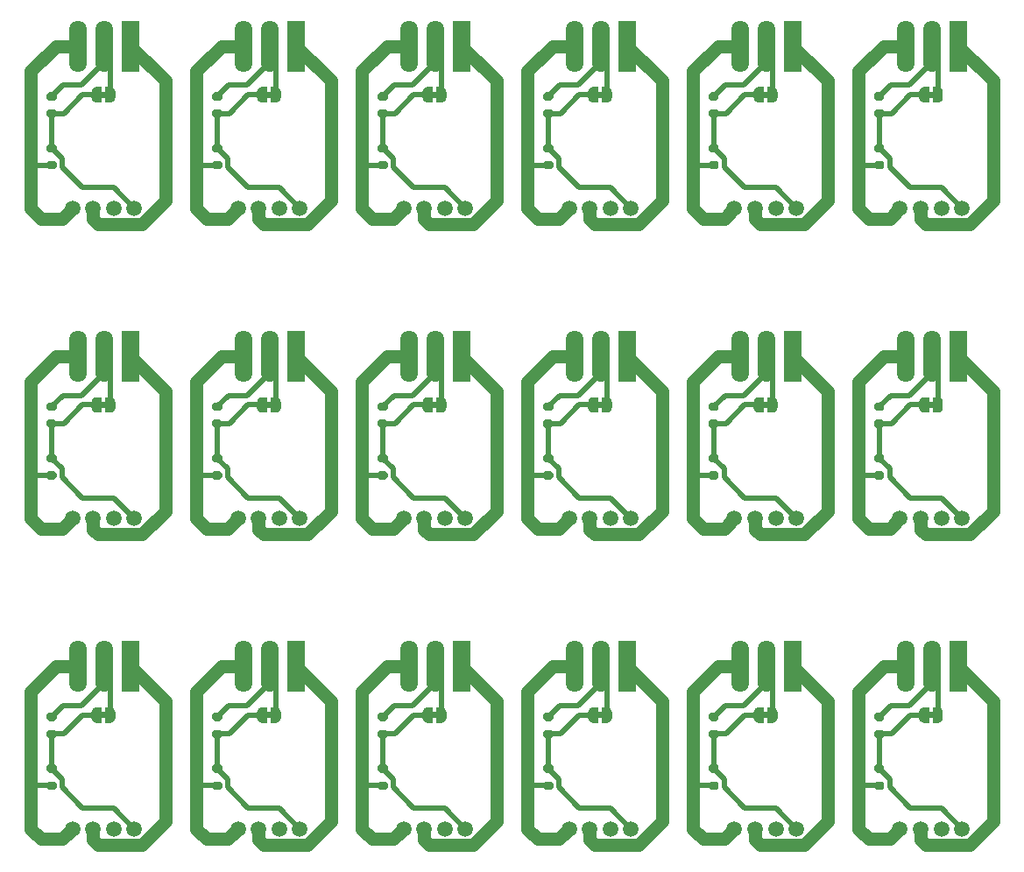
<source format=gbr>
G04 #@! TF.GenerationSoftware,KiCad,Pcbnew,5.1.9-73d0e3b20d~88~ubuntu20.04.1*
G04 #@! TF.CreationDate,2021-02-02T19:01:36+09:00*
G04 #@! TF.ProjectId,NeoPixel-Grove,4e656f50-6978-4656-9c2d-47726f76652e,rev?*
G04 #@! TF.SameCoordinates,Original*
G04 #@! TF.FileFunction,Copper,L1,Top*
G04 #@! TF.FilePolarity,Positive*
%FSLAX46Y46*%
G04 Gerber Fmt 4.6, Leading zero omitted, Abs format (unit mm)*
G04 Created by KiCad (PCBNEW 5.1.9-73d0e3b20d~88~ubuntu20.04.1) date 2021-02-02 19:01:36*
%MOMM*%
%LPD*%
G01*
G04 APERTURE LIST*
G04 #@! TA.AperFunction,EtchedComponent*
%ADD10C,0.100000*%
G04 #@! TD*
G04 #@! TA.AperFunction,SMDPad,CuDef*
%ADD11C,0.100000*%
G04 #@! TD*
G04 #@! TA.AperFunction,ComponentPad*
%ADD12C,1.500000*%
G04 #@! TD*
G04 #@! TA.AperFunction,ComponentPad*
%ADD13R,1.700000X5.000000*%
G04 #@! TD*
G04 #@! TA.AperFunction,ComponentPad*
%ADD14O,1.700000X5.000000*%
G04 #@! TD*
G04 #@! TA.AperFunction,Conductor*
%ADD15C,0.250000*%
G04 #@! TD*
G04 #@! TA.AperFunction,Conductor*
%ADD16C,1.270000*%
G04 #@! TD*
G04 #@! TA.AperFunction,Conductor*
%ADD17C,0.508000*%
G04 #@! TD*
G04 #@! TA.AperFunction,Conductor*
%ADD18C,0.381000*%
G04 #@! TD*
G04 APERTURE END LIST*
D10*
G36*
X292250000Y-66700000D02*
G01*
X291750000Y-66700000D01*
X291750000Y-67300000D01*
X292250000Y-67300000D01*
X292250000Y-66700000D01*
G37*
G36*
X244250000Y-66700000D02*
G01*
X243750000Y-66700000D01*
X243750000Y-67300000D01*
X244250000Y-67300000D01*
X244250000Y-66700000D01*
G37*
G36*
X260250000Y-66700000D02*
G01*
X259750000Y-66700000D01*
X259750000Y-67300000D01*
X260250000Y-67300000D01*
X260250000Y-66700000D01*
G37*
G36*
X276250000Y-66700000D02*
G01*
X275750000Y-66700000D01*
X275750000Y-67300000D01*
X276250000Y-67300000D01*
X276250000Y-66700000D01*
G37*
G36*
X212250000Y-66700000D02*
G01*
X211750000Y-66700000D01*
X211750000Y-67300000D01*
X212250000Y-67300000D01*
X212250000Y-66700000D01*
G37*
G36*
X228250000Y-66700000D02*
G01*
X227750000Y-66700000D01*
X227750000Y-67300000D01*
X228250000Y-67300000D01*
X228250000Y-66700000D01*
G37*
G36*
X292250000Y-126700000D02*
G01*
X291750000Y-126700000D01*
X291750000Y-127300000D01*
X292250000Y-127300000D01*
X292250000Y-126700000D01*
G37*
G36*
X244250000Y-126700000D02*
G01*
X243750000Y-126700000D01*
X243750000Y-127300000D01*
X244250000Y-127300000D01*
X244250000Y-126700000D01*
G37*
G36*
X260250000Y-126700000D02*
G01*
X259750000Y-126700000D01*
X259750000Y-127300000D01*
X260250000Y-127300000D01*
X260250000Y-126700000D01*
G37*
G36*
X276250000Y-126700000D02*
G01*
X275750000Y-126700000D01*
X275750000Y-127300000D01*
X276250000Y-127300000D01*
X276250000Y-126700000D01*
G37*
G36*
X228250000Y-126700000D02*
G01*
X227750000Y-126700000D01*
X227750000Y-127300000D01*
X228250000Y-127300000D01*
X228250000Y-126700000D01*
G37*
G36*
X212250000Y-126700000D02*
G01*
X211750000Y-126700000D01*
X211750000Y-127300000D01*
X212250000Y-127300000D01*
X212250000Y-126700000D01*
G37*
G36*
X292250000Y-96700000D02*
G01*
X291750000Y-96700000D01*
X291750000Y-97300000D01*
X292250000Y-97300000D01*
X292250000Y-96700000D01*
G37*
G36*
X276250000Y-96700000D02*
G01*
X275750000Y-96700000D01*
X275750000Y-97300000D01*
X276250000Y-97300000D01*
X276250000Y-96700000D01*
G37*
G36*
X260250000Y-96700000D02*
G01*
X259750000Y-96700000D01*
X259750000Y-97300000D01*
X260250000Y-97300000D01*
X260250000Y-96700000D01*
G37*
G36*
X244250000Y-96700000D02*
G01*
X243750000Y-96700000D01*
X243750000Y-97300000D01*
X244250000Y-97300000D01*
X244250000Y-96700000D01*
G37*
G36*
X228250000Y-96700000D02*
G01*
X227750000Y-96700000D01*
X227750000Y-97300000D01*
X228250000Y-97300000D01*
X228250000Y-96700000D01*
G37*
G36*
X212250000Y-96700000D02*
G01*
X211750000Y-96700000D01*
X211750000Y-97300000D01*
X212250000Y-97300000D01*
X212250000Y-96700000D01*
G37*
G04 #@! TA.AperFunction,SMDPad,CuDef*
D11*
G36*
X291850000Y-67750000D02*
G01*
X291350000Y-67750000D01*
X291350000Y-67749398D01*
X291325466Y-67749398D01*
X291276635Y-67744588D01*
X291228510Y-67735016D01*
X291181555Y-67720772D01*
X291136222Y-67701995D01*
X291092949Y-67678864D01*
X291052150Y-67651604D01*
X291014221Y-67620476D01*
X290979524Y-67585779D01*
X290948396Y-67547850D01*
X290921136Y-67507051D01*
X290898005Y-67463778D01*
X290879228Y-67418445D01*
X290864984Y-67371490D01*
X290855412Y-67323365D01*
X290850602Y-67274534D01*
X290850602Y-67250000D01*
X290850000Y-67250000D01*
X290850000Y-66750000D01*
X290850602Y-66750000D01*
X290850602Y-66725466D01*
X290855412Y-66676635D01*
X290864984Y-66628510D01*
X290879228Y-66581555D01*
X290898005Y-66536222D01*
X290921136Y-66492949D01*
X290948396Y-66452150D01*
X290979524Y-66414221D01*
X291014221Y-66379524D01*
X291052150Y-66348396D01*
X291092949Y-66321136D01*
X291136222Y-66298005D01*
X291181555Y-66279228D01*
X291228510Y-66264984D01*
X291276635Y-66255412D01*
X291325466Y-66250602D01*
X291350000Y-66250602D01*
X291350000Y-66250000D01*
X291850000Y-66250000D01*
X291850000Y-67750000D01*
G37*
G04 #@! TD.AperFunction*
G04 #@! TA.AperFunction,SMDPad,CuDef*
G36*
X292650000Y-66250602D02*
G01*
X292674534Y-66250602D01*
X292723365Y-66255412D01*
X292771490Y-66264984D01*
X292818445Y-66279228D01*
X292863778Y-66298005D01*
X292907051Y-66321136D01*
X292947850Y-66348396D01*
X292985779Y-66379524D01*
X293020476Y-66414221D01*
X293051604Y-66452150D01*
X293078864Y-66492949D01*
X293101995Y-66536222D01*
X293120772Y-66581555D01*
X293135016Y-66628510D01*
X293144588Y-66676635D01*
X293149398Y-66725466D01*
X293149398Y-66750000D01*
X293150000Y-66750000D01*
X293150000Y-67250000D01*
X293149398Y-67250000D01*
X293149398Y-67274534D01*
X293144588Y-67323365D01*
X293135016Y-67371490D01*
X293120772Y-67418445D01*
X293101995Y-67463778D01*
X293078864Y-67507051D01*
X293051604Y-67547850D01*
X293020476Y-67585779D01*
X292985779Y-67620476D01*
X292947850Y-67651604D01*
X292907051Y-67678864D01*
X292863778Y-67701995D01*
X292818445Y-67720772D01*
X292771490Y-67735016D01*
X292723365Y-67744588D01*
X292674534Y-67749398D01*
X292650000Y-67749398D01*
X292650000Y-67750000D01*
X292150000Y-67750000D01*
X292150000Y-66250000D01*
X292650000Y-66250000D01*
X292650000Y-66250602D01*
G37*
G04 #@! TD.AperFunction*
G04 #@! TA.AperFunction,SMDPad,CuDef*
G36*
G01*
X286725000Y-66775000D02*
X287275000Y-66775000D01*
G75*
G02*
X287475000Y-66975000I0J-200000D01*
G01*
X287475000Y-67375000D01*
G75*
G02*
X287275000Y-67575000I-200000J0D01*
G01*
X286725000Y-67575000D01*
G75*
G02*
X286525000Y-67375000I0J200000D01*
G01*
X286525000Y-66975000D01*
G75*
G02*
X286725000Y-66775000I200000J0D01*
G01*
G37*
G04 #@! TD.AperFunction*
G04 #@! TA.AperFunction,SMDPad,CuDef*
G36*
G01*
X286725000Y-68425000D02*
X287275000Y-68425000D01*
G75*
G02*
X287475000Y-68625000I0J-200000D01*
G01*
X287475000Y-69025000D01*
G75*
G02*
X287275000Y-69225000I-200000J0D01*
G01*
X286725000Y-69225000D01*
G75*
G02*
X286525000Y-69025000I0J200000D01*
G01*
X286525000Y-68625000D01*
G75*
G02*
X286725000Y-68425000I200000J0D01*
G01*
G37*
G04 #@! TD.AperFunction*
D12*
X273000000Y-78000000D03*
X275000000Y-78000000D03*
X277000000Y-78000000D03*
X279000000Y-78000000D03*
X263000000Y-78000000D03*
X261000000Y-78000000D03*
X259000000Y-78000000D03*
X257000000Y-78000000D03*
D13*
X246640160Y-62308680D03*
D14*
X244100160Y-62308680D03*
X241560160Y-62308680D03*
G04 #@! TA.AperFunction,SMDPad,CuDef*
G36*
G01*
X238725000Y-71775000D02*
X239275000Y-71775000D01*
G75*
G02*
X239475000Y-71975000I0J-200000D01*
G01*
X239475000Y-72375000D01*
G75*
G02*
X239275000Y-72575000I-200000J0D01*
G01*
X238725000Y-72575000D01*
G75*
G02*
X238525000Y-72375000I0J200000D01*
G01*
X238525000Y-71975000D01*
G75*
G02*
X238725000Y-71775000I200000J0D01*
G01*
G37*
G04 #@! TD.AperFunction*
G04 #@! TA.AperFunction,SMDPad,CuDef*
G36*
G01*
X238725000Y-73425000D02*
X239275000Y-73425000D01*
G75*
G02*
X239475000Y-73625000I0J-200000D01*
G01*
X239475000Y-74025000D01*
G75*
G02*
X239275000Y-74225000I-200000J0D01*
G01*
X238725000Y-74225000D01*
G75*
G02*
X238525000Y-74025000I0J200000D01*
G01*
X238525000Y-73625000D01*
G75*
G02*
X238725000Y-73425000I200000J0D01*
G01*
G37*
G04 #@! TD.AperFunction*
X257560160Y-62308680D03*
X260100160Y-62308680D03*
D13*
X262640160Y-62308680D03*
G04 #@! TA.AperFunction,SMDPad,CuDef*
D11*
G36*
X244650000Y-66250602D02*
G01*
X244674534Y-66250602D01*
X244723365Y-66255412D01*
X244771490Y-66264984D01*
X244818445Y-66279228D01*
X244863778Y-66298005D01*
X244907051Y-66321136D01*
X244947850Y-66348396D01*
X244985779Y-66379524D01*
X245020476Y-66414221D01*
X245051604Y-66452150D01*
X245078864Y-66492949D01*
X245101995Y-66536222D01*
X245120772Y-66581555D01*
X245135016Y-66628510D01*
X245144588Y-66676635D01*
X245149398Y-66725466D01*
X245149398Y-66750000D01*
X245150000Y-66750000D01*
X245150000Y-67250000D01*
X245149398Y-67250000D01*
X245149398Y-67274534D01*
X245144588Y-67323365D01*
X245135016Y-67371490D01*
X245120772Y-67418445D01*
X245101995Y-67463778D01*
X245078864Y-67507051D01*
X245051604Y-67547850D01*
X245020476Y-67585779D01*
X244985779Y-67620476D01*
X244947850Y-67651604D01*
X244907051Y-67678864D01*
X244863778Y-67701995D01*
X244818445Y-67720772D01*
X244771490Y-67735016D01*
X244723365Y-67744588D01*
X244674534Y-67749398D01*
X244650000Y-67749398D01*
X244650000Y-67750000D01*
X244150000Y-67750000D01*
X244150000Y-66250000D01*
X244650000Y-66250000D01*
X244650000Y-66250602D01*
G37*
G04 #@! TD.AperFunction*
G04 #@! TA.AperFunction,SMDPad,CuDef*
G36*
X243850000Y-67750000D02*
G01*
X243350000Y-67750000D01*
X243350000Y-67749398D01*
X243325466Y-67749398D01*
X243276635Y-67744588D01*
X243228510Y-67735016D01*
X243181555Y-67720772D01*
X243136222Y-67701995D01*
X243092949Y-67678864D01*
X243052150Y-67651604D01*
X243014221Y-67620476D01*
X242979524Y-67585779D01*
X242948396Y-67547850D01*
X242921136Y-67507051D01*
X242898005Y-67463778D01*
X242879228Y-67418445D01*
X242864984Y-67371490D01*
X242855412Y-67323365D01*
X242850602Y-67274534D01*
X242850602Y-67250000D01*
X242850000Y-67250000D01*
X242850000Y-66750000D01*
X242850602Y-66750000D01*
X242850602Y-66725466D01*
X242855412Y-66676635D01*
X242864984Y-66628510D01*
X242879228Y-66581555D01*
X242898005Y-66536222D01*
X242921136Y-66492949D01*
X242948396Y-66452150D01*
X242979524Y-66414221D01*
X243014221Y-66379524D01*
X243052150Y-66348396D01*
X243092949Y-66321136D01*
X243136222Y-66298005D01*
X243181555Y-66279228D01*
X243228510Y-66264984D01*
X243276635Y-66255412D01*
X243325466Y-66250602D01*
X243350000Y-66250602D01*
X243350000Y-66250000D01*
X243850000Y-66250000D01*
X243850000Y-67750000D01*
G37*
G04 #@! TD.AperFunction*
G04 #@! TA.AperFunction,SMDPad,CuDef*
G36*
G01*
X238725000Y-68425000D02*
X239275000Y-68425000D01*
G75*
G02*
X239475000Y-68625000I0J-200000D01*
G01*
X239475000Y-69025000D01*
G75*
G02*
X239275000Y-69225000I-200000J0D01*
G01*
X238725000Y-69225000D01*
G75*
G02*
X238525000Y-69025000I0J200000D01*
G01*
X238525000Y-68625000D01*
G75*
G02*
X238725000Y-68425000I200000J0D01*
G01*
G37*
G04 #@! TD.AperFunction*
G04 #@! TA.AperFunction,SMDPad,CuDef*
G36*
G01*
X238725000Y-66775000D02*
X239275000Y-66775000D01*
G75*
G02*
X239475000Y-66975000I0J-200000D01*
G01*
X239475000Y-67375000D01*
G75*
G02*
X239275000Y-67575000I-200000J0D01*
G01*
X238725000Y-67575000D01*
G75*
G02*
X238525000Y-67375000I0J200000D01*
G01*
X238525000Y-66975000D01*
G75*
G02*
X238725000Y-66775000I200000J0D01*
G01*
G37*
G04 #@! TD.AperFunction*
G04 #@! TA.AperFunction,SMDPad,CuDef*
G36*
X259850000Y-67750000D02*
G01*
X259350000Y-67750000D01*
X259350000Y-67749398D01*
X259325466Y-67749398D01*
X259276635Y-67744588D01*
X259228510Y-67735016D01*
X259181555Y-67720772D01*
X259136222Y-67701995D01*
X259092949Y-67678864D01*
X259052150Y-67651604D01*
X259014221Y-67620476D01*
X258979524Y-67585779D01*
X258948396Y-67547850D01*
X258921136Y-67507051D01*
X258898005Y-67463778D01*
X258879228Y-67418445D01*
X258864984Y-67371490D01*
X258855412Y-67323365D01*
X258850602Y-67274534D01*
X258850602Y-67250000D01*
X258850000Y-67250000D01*
X258850000Y-66750000D01*
X258850602Y-66750000D01*
X258850602Y-66725466D01*
X258855412Y-66676635D01*
X258864984Y-66628510D01*
X258879228Y-66581555D01*
X258898005Y-66536222D01*
X258921136Y-66492949D01*
X258948396Y-66452150D01*
X258979524Y-66414221D01*
X259014221Y-66379524D01*
X259052150Y-66348396D01*
X259092949Y-66321136D01*
X259136222Y-66298005D01*
X259181555Y-66279228D01*
X259228510Y-66264984D01*
X259276635Y-66255412D01*
X259325466Y-66250602D01*
X259350000Y-66250602D01*
X259350000Y-66250000D01*
X259850000Y-66250000D01*
X259850000Y-67750000D01*
G37*
G04 #@! TD.AperFunction*
G04 #@! TA.AperFunction,SMDPad,CuDef*
G36*
X260650000Y-66250602D02*
G01*
X260674534Y-66250602D01*
X260723365Y-66255412D01*
X260771490Y-66264984D01*
X260818445Y-66279228D01*
X260863778Y-66298005D01*
X260907051Y-66321136D01*
X260947850Y-66348396D01*
X260985779Y-66379524D01*
X261020476Y-66414221D01*
X261051604Y-66452150D01*
X261078864Y-66492949D01*
X261101995Y-66536222D01*
X261120772Y-66581555D01*
X261135016Y-66628510D01*
X261144588Y-66676635D01*
X261149398Y-66725466D01*
X261149398Y-66750000D01*
X261150000Y-66750000D01*
X261150000Y-67250000D01*
X261149398Y-67250000D01*
X261149398Y-67274534D01*
X261144588Y-67323365D01*
X261135016Y-67371490D01*
X261120772Y-67418445D01*
X261101995Y-67463778D01*
X261078864Y-67507051D01*
X261051604Y-67547850D01*
X261020476Y-67585779D01*
X260985779Y-67620476D01*
X260947850Y-67651604D01*
X260907051Y-67678864D01*
X260863778Y-67701995D01*
X260818445Y-67720772D01*
X260771490Y-67735016D01*
X260723365Y-67744588D01*
X260674534Y-67749398D01*
X260650000Y-67749398D01*
X260650000Y-67750000D01*
X260150000Y-67750000D01*
X260150000Y-66250000D01*
X260650000Y-66250000D01*
X260650000Y-66250602D01*
G37*
G04 #@! TD.AperFunction*
G04 #@! TA.AperFunction,SMDPad,CuDef*
G36*
G01*
X286725000Y-73425000D02*
X287275000Y-73425000D01*
G75*
G02*
X287475000Y-73625000I0J-200000D01*
G01*
X287475000Y-74025000D01*
G75*
G02*
X287275000Y-74225000I-200000J0D01*
G01*
X286725000Y-74225000D01*
G75*
G02*
X286525000Y-74025000I0J200000D01*
G01*
X286525000Y-73625000D01*
G75*
G02*
X286725000Y-73425000I200000J0D01*
G01*
G37*
G04 #@! TD.AperFunction*
G04 #@! TA.AperFunction,SMDPad,CuDef*
G36*
G01*
X286725000Y-71775000D02*
X287275000Y-71775000D01*
G75*
G02*
X287475000Y-71975000I0J-200000D01*
G01*
X287475000Y-72375000D01*
G75*
G02*
X287275000Y-72575000I-200000J0D01*
G01*
X286725000Y-72575000D01*
G75*
G02*
X286525000Y-72375000I0J200000D01*
G01*
X286525000Y-71975000D01*
G75*
G02*
X286725000Y-71775000I200000J0D01*
G01*
G37*
G04 #@! TD.AperFunction*
D12*
X231000000Y-78000000D03*
X229000000Y-78000000D03*
X227000000Y-78000000D03*
X225000000Y-78000000D03*
X209000000Y-78000000D03*
X211000000Y-78000000D03*
X213000000Y-78000000D03*
X215000000Y-78000000D03*
G04 #@! TA.AperFunction,SMDPad,CuDef*
D11*
G36*
X276650000Y-66250602D02*
G01*
X276674534Y-66250602D01*
X276723365Y-66255412D01*
X276771490Y-66264984D01*
X276818445Y-66279228D01*
X276863778Y-66298005D01*
X276907051Y-66321136D01*
X276947850Y-66348396D01*
X276985779Y-66379524D01*
X277020476Y-66414221D01*
X277051604Y-66452150D01*
X277078864Y-66492949D01*
X277101995Y-66536222D01*
X277120772Y-66581555D01*
X277135016Y-66628510D01*
X277144588Y-66676635D01*
X277149398Y-66725466D01*
X277149398Y-66750000D01*
X277150000Y-66750000D01*
X277150000Y-67250000D01*
X277149398Y-67250000D01*
X277149398Y-67274534D01*
X277144588Y-67323365D01*
X277135016Y-67371490D01*
X277120772Y-67418445D01*
X277101995Y-67463778D01*
X277078864Y-67507051D01*
X277051604Y-67547850D01*
X277020476Y-67585779D01*
X276985779Y-67620476D01*
X276947850Y-67651604D01*
X276907051Y-67678864D01*
X276863778Y-67701995D01*
X276818445Y-67720772D01*
X276771490Y-67735016D01*
X276723365Y-67744588D01*
X276674534Y-67749398D01*
X276650000Y-67749398D01*
X276650000Y-67750000D01*
X276150000Y-67750000D01*
X276150000Y-66250000D01*
X276650000Y-66250000D01*
X276650000Y-66250602D01*
G37*
G04 #@! TD.AperFunction*
G04 #@! TA.AperFunction,SMDPad,CuDef*
G36*
X275850000Y-67750000D02*
G01*
X275350000Y-67750000D01*
X275350000Y-67749398D01*
X275325466Y-67749398D01*
X275276635Y-67744588D01*
X275228510Y-67735016D01*
X275181555Y-67720772D01*
X275136222Y-67701995D01*
X275092949Y-67678864D01*
X275052150Y-67651604D01*
X275014221Y-67620476D01*
X274979524Y-67585779D01*
X274948396Y-67547850D01*
X274921136Y-67507051D01*
X274898005Y-67463778D01*
X274879228Y-67418445D01*
X274864984Y-67371490D01*
X274855412Y-67323365D01*
X274850602Y-67274534D01*
X274850602Y-67250000D01*
X274850000Y-67250000D01*
X274850000Y-66750000D01*
X274850602Y-66750000D01*
X274850602Y-66725466D01*
X274855412Y-66676635D01*
X274864984Y-66628510D01*
X274879228Y-66581555D01*
X274898005Y-66536222D01*
X274921136Y-66492949D01*
X274948396Y-66452150D01*
X274979524Y-66414221D01*
X275014221Y-66379524D01*
X275052150Y-66348396D01*
X275092949Y-66321136D01*
X275136222Y-66298005D01*
X275181555Y-66279228D01*
X275228510Y-66264984D01*
X275276635Y-66255412D01*
X275325466Y-66250602D01*
X275350000Y-66250602D01*
X275350000Y-66250000D01*
X275850000Y-66250000D01*
X275850000Y-67750000D01*
G37*
G04 #@! TD.AperFunction*
G04 #@! TA.AperFunction,SMDPad,CuDef*
G36*
G01*
X206725000Y-68425000D02*
X207275000Y-68425000D01*
G75*
G02*
X207475000Y-68625000I0J-200000D01*
G01*
X207475000Y-69025000D01*
G75*
G02*
X207275000Y-69225000I-200000J0D01*
G01*
X206725000Y-69225000D01*
G75*
G02*
X206525000Y-69025000I0J200000D01*
G01*
X206525000Y-68625000D01*
G75*
G02*
X206725000Y-68425000I200000J0D01*
G01*
G37*
G04 #@! TD.AperFunction*
G04 #@! TA.AperFunction,SMDPad,CuDef*
G36*
G01*
X206725000Y-66775000D02*
X207275000Y-66775000D01*
G75*
G02*
X207475000Y-66975000I0J-200000D01*
G01*
X207475000Y-67375000D01*
G75*
G02*
X207275000Y-67575000I-200000J0D01*
G01*
X206725000Y-67575000D01*
G75*
G02*
X206525000Y-67375000I0J200000D01*
G01*
X206525000Y-66975000D01*
G75*
G02*
X206725000Y-66775000I200000J0D01*
G01*
G37*
G04 #@! TD.AperFunction*
D14*
X225560160Y-62308680D03*
X228100160Y-62308680D03*
D13*
X230640160Y-62308680D03*
G04 #@! TA.AperFunction,SMDPad,CuDef*
D11*
G36*
X212650000Y-66250602D02*
G01*
X212674534Y-66250602D01*
X212723365Y-66255412D01*
X212771490Y-66264984D01*
X212818445Y-66279228D01*
X212863778Y-66298005D01*
X212907051Y-66321136D01*
X212947850Y-66348396D01*
X212985779Y-66379524D01*
X213020476Y-66414221D01*
X213051604Y-66452150D01*
X213078864Y-66492949D01*
X213101995Y-66536222D01*
X213120772Y-66581555D01*
X213135016Y-66628510D01*
X213144588Y-66676635D01*
X213149398Y-66725466D01*
X213149398Y-66750000D01*
X213150000Y-66750000D01*
X213150000Y-67250000D01*
X213149398Y-67250000D01*
X213149398Y-67274534D01*
X213144588Y-67323365D01*
X213135016Y-67371490D01*
X213120772Y-67418445D01*
X213101995Y-67463778D01*
X213078864Y-67507051D01*
X213051604Y-67547850D01*
X213020476Y-67585779D01*
X212985779Y-67620476D01*
X212947850Y-67651604D01*
X212907051Y-67678864D01*
X212863778Y-67701995D01*
X212818445Y-67720772D01*
X212771490Y-67735016D01*
X212723365Y-67744588D01*
X212674534Y-67749398D01*
X212650000Y-67749398D01*
X212650000Y-67750000D01*
X212150000Y-67750000D01*
X212150000Y-66250000D01*
X212650000Y-66250000D01*
X212650000Y-66250602D01*
G37*
G04 #@! TD.AperFunction*
G04 #@! TA.AperFunction,SMDPad,CuDef*
G36*
X211850000Y-67750000D02*
G01*
X211350000Y-67750000D01*
X211350000Y-67749398D01*
X211325466Y-67749398D01*
X211276635Y-67744588D01*
X211228510Y-67735016D01*
X211181555Y-67720772D01*
X211136222Y-67701995D01*
X211092949Y-67678864D01*
X211052150Y-67651604D01*
X211014221Y-67620476D01*
X210979524Y-67585779D01*
X210948396Y-67547850D01*
X210921136Y-67507051D01*
X210898005Y-67463778D01*
X210879228Y-67418445D01*
X210864984Y-67371490D01*
X210855412Y-67323365D01*
X210850602Y-67274534D01*
X210850602Y-67250000D01*
X210850000Y-67250000D01*
X210850000Y-66750000D01*
X210850602Y-66750000D01*
X210850602Y-66725466D01*
X210855412Y-66676635D01*
X210864984Y-66628510D01*
X210879228Y-66581555D01*
X210898005Y-66536222D01*
X210921136Y-66492949D01*
X210948396Y-66452150D01*
X210979524Y-66414221D01*
X211014221Y-66379524D01*
X211052150Y-66348396D01*
X211092949Y-66321136D01*
X211136222Y-66298005D01*
X211181555Y-66279228D01*
X211228510Y-66264984D01*
X211276635Y-66255412D01*
X211325466Y-66250602D01*
X211350000Y-66250602D01*
X211350000Y-66250000D01*
X211850000Y-66250000D01*
X211850000Y-67750000D01*
G37*
G04 #@! TD.AperFunction*
D13*
X214640160Y-62308680D03*
D14*
X212100160Y-62308680D03*
X209560160Y-62308680D03*
G04 #@! TA.AperFunction,SMDPad,CuDef*
D11*
G36*
X227850000Y-67750000D02*
G01*
X227350000Y-67750000D01*
X227350000Y-67749398D01*
X227325466Y-67749398D01*
X227276635Y-67744588D01*
X227228510Y-67735016D01*
X227181555Y-67720772D01*
X227136222Y-67701995D01*
X227092949Y-67678864D01*
X227052150Y-67651604D01*
X227014221Y-67620476D01*
X226979524Y-67585779D01*
X226948396Y-67547850D01*
X226921136Y-67507051D01*
X226898005Y-67463778D01*
X226879228Y-67418445D01*
X226864984Y-67371490D01*
X226855412Y-67323365D01*
X226850602Y-67274534D01*
X226850602Y-67250000D01*
X226850000Y-67250000D01*
X226850000Y-66750000D01*
X226850602Y-66750000D01*
X226850602Y-66725466D01*
X226855412Y-66676635D01*
X226864984Y-66628510D01*
X226879228Y-66581555D01*
X226898005Y-66536222D01*
X226921136Y-66492949D01*
X226948396Y-66452150D01*
X226979524Y-66414221D01*
X227014221Y-66379524D01*
X227052150Y-66348396D01*
X227092949Y-66321136D01*
X227136222Y-66298005D01*
X227181555Y-66279228D01*
X227228510Y-66264984D01*
X227276635Y-66255412D01*
X227325466Y-66250602D01*
X227350000Y-66250602D01*
X227350000Y-66250000D01*
X227850000Y-66250000D01*
X227850000Y-67750000D01*
G37*
G04 #@! TD.AperFunction*
G04 #@! TA.AperFunction,SMDPad,CuDef*
G36*
X228650000Y-66250602D02*
G01*
X228674534Y-66250602D01*
X228723365Y-66255412D01*
X228771490Y-66264984D01*
X228818445Y-66279228D01*
X228863778Y-66298005D01*
X228907051Y-66321136D01*
X228947850Y-66348396D01*
X228985779Y-66379524D01*
X229020476Y-66414221D01*
X229051604Y-66452150D01*
X229078864Y-66492949D01*
X229101995Y-66536222D01*
X229120772Y-66581555D01*
X229135016Y-66628510D01*
X229144588Y-66676635D01*
X229149398Y-66725466D01*
X229149398Y-66750000D01*
X229150000Y-66750000D01*
X229150000Y-67250000D01*
X229149398Y-67250000D01*
X229149398Y-67274534D01*
X229144588Y-67323365D01*
X229135016Y-67371490D01*
X229120772Y-67418445D01*
X229101995Y-67463778D01*
X229078864Y-67507051D01*
X229051604Y-67547850D01*
X229020476Y-67585779D01*
X228985779Y-67620476D01*
X228947850Y-67651604D01*
X228907051Y-67678864D01*
X228863778Y-67701995D01*
X228818445Y-67720772D01*
X228771490Y-67735016D01*
X228723365Y-67744588D01*
X228674534Y-67749398D01*
X228650000Y-67749398D01*
X228650000Y-67750000D01*
X228150000Y-67750000D01*
X228150000Y-66250000D01*
X228650000Y-66250000D01*
X228650000Y-66250602D01*
G37*
G04 #@! TD.AperFunction*
G04 #@! TA.AperFunction,SMDPad,CuDef*
G36*
G01*
X222725000Y-73425000D02*
X223275000Y-73425000D01*
G75*
G02*
X223475000Y-73625000I0J-200000D01*
G01*
X223475000Y-74025000D01*
G75*
G02*
X223275000Y-74225000I-200000J0D01*
G01*
X222725000Y-74225000D01*
G75*
G02*
X222525000Y-74025000I0J200000D01*
G01*
X222525000Y-73625000D01*
G75*
G02*
X222725000Y-73425000I200000J0D01*
G01*
G37*
G04 #@! TD.AperFunction*
G04 #@! TA.AperFunction,SMDPad,CuDef*
G36*
G01*
X222725000Y-71775000D02*
X223275000Y-71775000D01*
G75*
G02*
X223475000Y-71975000I0J-200000D01*
G01*
X223475000Y-72375000D01*
G75*
G02*
X223275000Y-72575000I-200000J0D01*
G01*
X222725000Y-72575000D01*
G75*
G02*
X222525000Y-72375000I0J200000D01*
G01*
X222525000Y-71975000D01*
G75*
G02*
X222725000Y-71775000I200000J0D01*
G01*
G37*
G04 #@! TD.AperFunction*
G04 #@! TA.AperFunction,SMDPad,CuDef*
G36*
G01*
X270725000Y-71775000D02*
X271275000Y-71775000D01*
G75*
G02*
X271475000Y-71975000I0J-200000D01*
G01*
X271475000Y-72375000D01*
G75*
G02*
X271275000Y-72575000I-200000J0D01*
G01*
X270725000Y-72575000D01*
G75*
G02*
X270525000Y-72375000I0J200000D01*
G01*
X270525000Y-71975000D01*
G75*
G02*
X270725000Y-71775000I200000J0D01*
G01*
G37*
G04 #@! TD.AperFunction*
G04 #@! TA.AperFunction,SMDPad,CuDef*
G36*
G01*
X270725000Y-73425000D02*
X271275000Y-73425000D01*
G75*
G02*
X271475000Y-73625000I0J-200000D01*
G01*
X271475000Y-74025000D01*
G75*
G02*
X271275000Y-74225000I-200000J0D01*
G01*
X270725000Y-74225000D01*
G75*
G02*
X270525000Y-74025000I0J200000D01*
G01*
X270525000Y-73625000D01*
G75*
G02*
X270725000Y-73425000I200000J0D01*
G01*
G37*
G04 #@! TD.AperFunction*
G04 #@! TA.AperFunction,SMDPad,CuDef*
G36*
G01*
X206725000Y-71775000D02*
X207275000Y-71775000D01*
G75*
G02*
X207475000Y-71975000I0J-200000D01*
G01*
X207475000Y-72375000D01*
G75*
G02*
X207275000Y-72575000I-200000J0D01*
G01*
X206725000Y-72575000D01*
G75*
G02*
X206525000Y-72375000I0J200000D01*
G01*
X206525000Y-71975000D01*
G75*
G02*
X206725000Y-71775000I200000J0D01*
G01*
G37*
G04 #@! TD.AperFunction*
G04 #@! TA.AperFunction,SMDPad,CuDef*
G36*
G01*
X206725000Y-73425000D02*
X207275000Y-73425000D01*
G75*
G02*
X207475000Y-73625000I0J-200000D01*
G01*
X207475000Y-74025000D01*
G75*
G02*
X207275000Y-74225000I-200000J0D01*
G01*
X206725000Y-74225000D01*
G75*
G02*
X206525000Y-74025000I0J200000D01*
G01*
X206525000Y-73625000D01*
G75*
G02*
X206725000Y-73425000I200000J0D01*
G01*
G37*
G04 #@! TD.AperFunction*
G04 #@! TA.AperFunction,SMDPad,CuDef*
G36*
G01*
X222725000Y-66775000D02*
X223275000Y-66775000D01*
G75*
G02*
X223475000Y-66975000I0J-200000D01*
G01*
X223475000Y-67375000D01*
G75*
G02*
X223275000Y-67575000I-200000J0D01*
G01*
X222725000Y-67575000D01*
G75*
G02*
X222525000Y-67375000I0J200000D01*
G01*
X222525000Y-66975000D01*
G75*
G02*
X222725000Y-66775000I200000J0D01*
G01*
G37*
G04 #@! TD.AperFunction*
G04 #@! TA.AperFunction,SMDPad,CuDef*
G36*
G01*
X222725000Y-68425000D02*
X223275000Y-68425000D01*
G75*
G02*
X223475000Y-68625000I0J-200000D01*
G01*
X223475000Y-69025000D01*
G75*
G02*
X223275000Y-69225000I-200000J0D01*
G01*
X222725000Y-69225000D01*
G75*
G02*
X222525000Y-69025000I0J200000D01*
G01*
X222525000Y-68625000D01*
G75*
G02*
X222725000Y-68425000I200000J0D01*
G01*
G37*
G04 #@! TD.AperFunction*
G04 #@! TA.AperFunction,SMDPad,CuDef*
G36*
G01*
X254725000Y-66775000D02*
X255275000Y-66775000D01*
G75*
G02*
X255475000Y-66975000I0J-200000D01*
G01*
X255475000Y-67375000D01*
G75*
G02*
X255275000Y-67575000I-200000J0D01*
G01*
X254725000Y-67575000D01*
G75*
G02*
X254525000Y-67375000I0J200000D01*
G01*
X254525000Y-66975000D01*
G75*
G02*
X254725000Y-66775000I200000J0D01*
G01*
G37*
G04 #@! TD.AperFunction*
G04 #@! TA.AperFunction,SMDPad,CuDef*
G36*
G01*
X254725000Y-68425000D02*
X255275000Y-68425000D01*
G75*
G02*
X255475000Y-68625000I0J-200000D01*
G01*
X255475000Y-69025000D01*
G75*
G02*
X255275000Y-69225000I-200000J0D01*
G01*
X254725000Y-69225000D01*
G75*
G02*
X254525000Y-69025000I0J200000D01*
G01*
X254525000Y-68625000D01*
G75*
G02*
X254725000Y-68425000I200000J0D01*
G01*
G37*
G04 #@! TD.AperFunction*
D13*
X278640160Y-62308680D03*
D14*
X276100160Y-62308680D03*
X273560160Y-62308680D03*
D12*
X241000000Y-78000000D03*
X243000000Y-78000000D03*
X245000000Y-78000000D03*
X247000000Y-78000000D03*
G04 #@! TA.AperFunction,SMDPad,CuDef*
G36*
G01*
X254725000Y-73425000D02*
X255275000Y-73425000D01*
G75*
G02*
X255475000Y-73625000I0J-200000D01*
G01*
X255475000Y-74025000D01*
G75*
G02*
X255275000Y-74225000I-200000J0D01*
G01*
X254725000Y-74225000D01*
G75*
G02*
X254525000Y-74025000I0J200000D01*
G01*
X254525000Y-73625000D01*
G75*
G02*
X254725000Y-73425000I200000J0D01*
G01*
G37*
G04 #@! TD.AperFunction*
G04 #@! TA.AperFunction,SMDPad,CuDef*
G36*
G01*
X254725000Y-71775000D02*
X255275000Y-71775000D01*
G75*
G02*
X255475000Y-71975000I0J-200000D01*
G01*
X255475000Y-72375000D01*
G75*
G02*
X255275000Y-72575000I-200000J0D01*
G01*
X254725000Y-72575000D01*
G75*
G02*
X254525000Y-72375000I0J200000D01*
G01*
X254525000Y-71975000D01*
G75*
G02*
X254725000Y-71775000I200000J0D01*
G01*
G37*
G04 #@! TD.AperFunction*
G04 #@! TA.AperFunction,SMDPad,CuDef*
G36*
G01*
X270725000Y-68425000D02*
X271275000Y-68425000D01*
G75*
G02*
X271475000Y-68625000I0J-200000D01*
G01*
X271475000Y-69025000D01*
G75*
G02*
X271275000Y-69225000I-200000J0D01*
G01*
X270725000Y-69225000D01*
G75*
G02*
X270525000Y-69025000I0J200000D01*
G01*
X270525000Y-68625000D01*
G75*
G02*
X270725000Y-68425000I200000J0D01*
G01*
G37*
G04 #@! TD.AperFunction*
G04 #@! TA.AperFunction,SMDPad,CuDef*
G36*
G01*
X270725000Y-66775000D02*
X271275000Y-66775000D01*
G75*
G02*
X271475000Y-66975000I0J-200000D01*
G01*
X271475000Y-67375000D01*
G75*
G02*
X271275000Y-67575000I-200000J0D01*
G01*
X270725000Y-67575000D01*
G75*
G02*
X270525000Y-67375000I0J200000D01*
G01*
X270525000Y-66975000D01*
G75*
G02*
X270725000Y-66775000I200000J0D01*
G01*
G37*
G04 #@! TD.AperFunction*
X295000000Y-78000000D03*
X293000000Y-78000000D03*
X291000000Y-78000000D03*
X289000000Y-78000000D03*
D14*
X289560160Y-62308680D03*
X292100160Y-62308680D03*
D13*
X294640160Y-62308680D03*
G04 #@! TA.AperFunction,SMDPad,CuDef*
G36*
G01*
X270725000Y-133425000D02*
X271275000Y-133425000D01*
G75*
G02*
X271475000Y-133625000I0J-200000D01*
G01*
X271475000Y-134025000D01*
G75*
G02*
X271275000Y-134225000I-200000J0D01*
G01*
X270725000Y-134225000D01*
G75*
G02*
X270525000Y-134025000I0J200000D01*
G01*
X270525000Y-133625000D01*
G75*
G02*
X270725000Y-133425000I200000J0D01*
G01*
G37*
G04 #@! TD.AperFunction*
G04 #@! TA.AperFunction,SMDPad,CuDef*
G36*
G01*
X270725000Y-131775000D02*
X271275000Y-131775000D01*
G75*
G02*
X271475000Y-131975000I0J-200000D01*
G01*
X271475000Y-132375000D01*
G75*
G02*
X271275000Y-132575000I-200000J0D01*
G01*
X270725000Y-132575000D01*
G75*
G02*
X270525000Y-132375000I0J200000D01*
G01*
X270525000Y-131975000D01*
G75*
G02*
X270725000Y-131775000I200000J0D01*
G01*
G37*
G04 #@! TD.AperFunction*
G04 #@! TA.AperFunction,SMDPad,CuDef*
G36*
G01*
X206725000Y-133425000D02*
X207275000Y-133425000D01*
G75*
G02*
X207475000Y-133625000I0J-200000D01*
G01*
X207475000Y-134025000D01*
G75*
G02*
X207275000Y-134225000I-200000J0D01*
G01*
X206725000Y-134225000D01*
G75*
G02*
X206525000Y-134025000I0J200000D01*
G01*
X206525000Y-133625000D01*
G75*
G02*
X206725000Y-133425000I200000J0D01*
G01*
G37*
G04 #@! TD.AperFunction*
G04 #@! TA.AperFunction,SMDPad,CuDef*
G36*
G01*
X206725000Y-131775000D02*
X207275000Y-131775000D01*
G75*
G02*
X207475000Y-131975000I0J-200000D01*
G01*
X207475000Y-132375000D01*
G75*
G02*
X207275000Y-132575000I-200000J0D01*
G01*
X206725000Y-132575000D01*
G75*
G02*
X206525000Y-132375000I0J200000D01*
G01*
X206525000Y-131975000D01*
G75*
G02*
X206725000Y-131775000I200000J0D01*
G01*
G37*
G04 #@! TD.AperFunction*
G04 #@! TA.AperFunction,SMDPad,CuDef*
G36*
G01*
X222725000Y-128425000D02*
X223275000Y-128425000D01*
G75*
G02*
X223475000Y-128625000I0J-200000D01*
G01*
X223475000Y-129025000D01*
G75*
G02*
X223275000Y-129225000I-200000J0D01*
G01*
X222725000Y-129225000D01*
G75*
G02*
X222525000Y-129025000I0J200000D01*
G01*
X222525000Y-128625000D01*
G75*
G02*
X222725000Y-128425000I200000J0D01*
G01*
G37*
G04 #@! TD.AperFunction*
G04 #@! TA.AperFunction,SMDPad,CuDef*
G36*
G01*
X222725000Y-126775000D02*
X223275000Y-126775000D01*
G75*
G02*
X223475000Y-126975000I0J-200000D01*
G01*
X223475000Y-127375000D01*
G75*
G02*
X223275000Y-127575000I-200000J0D01*
G01*
X222725000Y-127575000D01*
G75*
G02*
X222525000Y-127375000I0J200000D01*
G01*
X222525000Y-126975000D01*
G75*
G02*
X222725000Y-126775000I200000J0D01*
G01*
G37*
G04 #@! TD.AperFunction*
G04 #@! TA.AperFunction,SMDPad,CuDef*
G36*
G01*
X254725000Y-128425000D02*
X255275000Y-128425000D01*
G75*
G02*
X255475000Y-128625000I0J-200000D01*
G01*
X255475000Y-129025000D01*
G75*
G02*
X255275000Y-129225000I-200000J0D01*
G01*
X254725000Y-129225000D01*
G75*
G02*
X254525000Y-129025000I0J200000D01*
G01*
X254525000Y-128625000D01*
G75*
G02*
X254725000Y-128425000I200000J0D01*
G01*
G37*
G04 #@! TD.AperFunction*
G04 #@! TA.AperFunction,SMDPad,CuDef*
G36*
G01*
X254725000Y-126775000D02*
X255275000Y-126775000D01*
G75*
G02*
X255475000Y-126975000I0J-200000D01*
G01*
X255475000Y-127375000D01*
G75*
G02*
X255275000Y-127575000I-200000J0D01*
G01*
X254725000Y-127575000D01*
G75*
G02*
X254525000Y-127375000I0J200000D01*
G01*
X254525000Y-126975000D01*
G75*
G02*
X254725000Y-126775000I200000J0D01*
G01*
G37*
G04 #@! TD.AperFunction*
D14*
X273560160Y-122308680D03*
X276100160Y-122308680D03*
D13*
X278640160Y-122308680D03*
D12*
X247000000Y-138000000D03*
X245000000Y-138000000D03*
X243000000Y-138000000D03*
X241000000Y-138000000D03*
G04 #@! TA.AperFunction,SMDPad,CuDef*
G36*
G01*
X254725000Y-131775000D02*
X255275000Y-131775000D01*
G75*
G02*
X255475000Y-131975000I0J-200000D01*
G01*
X255475000Y-132375000D01*
G75*
G02*
X255275000Y-132575000I-200000J0D01*
G01*
X254725000Y-132575000D01*
G75*
G02*
X254525000Y-132375000I0J200000D01*
G01*
X254525000Y-131975000D01*
G75*
G02*
X254725000Y-131775000I200000J0D01*
G01*
G37*
G04 #@! TD.AperFunction*
G04 #@! TA.AperFunction,SMDPad,CuDef*
G36*
G01*
X254725000Y-133425000D02*
X255275000Y-133425000D01*
G75*
G02*
X255475000Y-133625000I0J-200000D01*
G01*
X255475000Y-134025000D01*
G75*
G02*
X255275000Y-134225000I-200000J0D01*
G01*
X254725000Y-134225000D01*
G75*
G02*
X254525000Y-134025000I0J200000D01*
G01*
X254525000Y-133625000D01*
G75*
G02*
X254725000Y-133425000I200000J0D01*
G01*
G37*
G04 #@! TD.AperFunction*
G04 #@! TA.AperFunction,SMDPad,CuDef*
G36*
G01*
X270725000Y-126775000D02*
X271275000Y-126775000D01*
G75*
G02*
X271475000Y-126975000I0J-200000D01*
G01*
X271475000Y-127375000D01*
G75*
G02*
X271275000Y-127575000I-200000J0D01*
G01*
X270725000Y-127575000D01*
G75*
G02*
X270525000Y-127375000I0J200000D01*
G01*
X270525000Y-126975000D01*
G75*
G02*
X270725000Y-126775000I200000J0D01*
G01*
G37*
G04 #@! TD.AperFunction*
G04 #@! TA.AperFunction,SMDPad,CuDef*
G36*
G01*
X270725000Y-128425000D02*
X271275000Y-128425000D01*
G75*
G02*
X271475000Y-128625000I0J-200000D01*
G01*
X271475000Y-129025000D01*
G75*
G02*
X271275000Y-129225000I-200000J0D01*
G01*
X270725000Y-129225000D01*
G75*
G02*
X270525000Y-129025000I0J200000D01*
G01*
X270525000Y-128625000D01*
G75*
G02*
X270725000Y-128425000I200000J0D01*
G01*
G37*
G04 #@! TD.AperFunction*
X289000000Y-138000000D03*
X291000000Y-138000000D03*
X293000000Y-138000000D03*
X295000000Y-138000000D03*
D13*
X294640160Y-122308680D03*
D14*
X292100160Y-122308680D03*
X289560160Y-122308680D03*
G04 #@! TA.AperFunction,SMDPad,CuDef*
D11*
G36*
X292650000Y-126250602D02*
G01*
X292674534Y-126250602D01*
X292723365Y-126255412D01*
X292771490Y-126264984D01*
X292818445Y-126279228D01*
X292863778Y-126298005D01*
X292907051Y-126321136D01*
X292947850Y-126348396D01*
X292985779Y-126379524D01*
X293020476Y-126414221D01*
X293051604Y-126452150D01*
X293078864Y-126492949D01*
X293101995Y-126536222D01*
X293120772Y-126581555D01*
X293135016Y-126628510D01*
X293144588Y-126676635D01*
X293149398Y-126725466D01*
X293149398Y-126750000D01*
X293150000Y-126750000D01*
X293150000Y-127250000D01*
X293149398Y-127250000D01*
X293149398Y-127274534D01*
X293144588Y-127323365D01*
X293135016Y-127371490D01*
X293120772Y-127418445D01*
X293101995Y-127463778D01*
X293078864Y-127507051D01*
X293051604Y-127547850D01*
X293020476Y-127585779D01*
X292985779Y-127620476D01*
X292947850Y-127651604D01*
X292907051Y-127678864D01*
X292863778Y-127701995D01*
X292818445Y-127720772D01*
X292771490Y-127735016D01*
X292723365Y-127744588D01*
X292674534Y-127749398D01*
X292650000Y-127749398D01*
X292650000Y-127750000D01*
X292150000Y-127750000D01*
X292150000Y-126250000D01*
X292650000Y-126250000D01*
X292650000Y-126250602D01*
G37*
G04 #@! TD.AperFunction*
G04 #@! TA.AperFunction,SMDPad,CuDef*
G36*
X291850000Y-127750000D02*
G01*
X291350000Y-127750000D01*
X291350000Y-127749398D01*
X291325466Y-127749398D01*
X291276635Y-127744588D01*
X291228510Y-127735016D01*
X291181555Y-127720772D01*
X291136222Y-127701995D01*
X291092949Y-127678864D01*
X291052150Y-127651604D01*
X291014221Y-127620476D01*
X290979524Y-127585779D01*
X290948396Y-127547850D01*
X290921136Y-127507051D01*
X290898005Y-127463778D01*
X290879228Y-127418445D01*
X290864984Y-127371490D01*
X290855412Y-127323365D01*
X290850602Y-127274534D01*
X290850602Y-127250000D01*
X290850000Y-127250000D01*
X290850000Y-126750000D01*
X290850602Y-126750000D01*
X290850602Y-126725466D01*
X290855412Y-126676635D01*
X290864984Y-126628510D01*
X290879228Y-126581555D01*
X290898005Y-126536222D01*
X290921136Y-126492949D01*
X290948396Y-126452150D01*
X290979524Y-126414221D01*
X291014221Y-126379524D01*
X291052150Y-126348396D01*
X291092949Y-126321136D01*
X291136222Y-126298005D01*
X291181555Y-126279228D01*
X291228510Y-126264984D01*
X291276635Y-126255412D01*
X291325466Y-126250602D01*
X291350000Y-126250602D01*
X291350000Y-126250000D01*
X291850000Y-126250000D01*
X291850000Y-127750000D01*
G37*
G04 #@! TD.AperFunction*
G04 #@! TA.AperFunction,SMDPad,CuDef*
G36*
G01*
X286725000Y-128425000D02*
X287275000Y-128425000D01*
G75*
G02*
X287475000Y-128625000I0J-200000D01*
G01*
X287475000Y-129025000D01*
G75*
G02*
X287275000Y-129225000I-200000J0D01*
G01*
X286725000Y-129225000D01*
G75*
G02*
X286525000Y-129025000I0J200000D01*
G01*
X286525000Y-128625000D01*
G75*
G02*
X286725000Y-128425000I200000J0D01*
G01*
G37*
G04 #@! TD.AperFunction*
G04 #@! TA.AperFunction,SMDPad,CuDef*
G36*
G01*
X286725000Y-126775000D02*
X287275000Y-126775000D01*
G75*
G02*
X287475000Y-126975000I0J-200000D01*
G01*
X287475000Y-127375000D01*
G75*
G02*
X287275000Y-127575000I-200000J0D01*
G01*
X286725000Y-127575000D01*
G75*
G02*
X286525000Y-127375000I0J200000D01*
G01*
X286525000Y-126975000D01*
G75*
G02*
X286725000Y-126775000I200000J0D01*
G01*
G37*
G04 #@! TD.AperFunction*
D12*
X279000000Y-138000000D03*
X277000000Y-138000000D03*
X275000000Y-138000000D03*
X273000000Y-138000000D03*
X257000000Y-138000000D03*
X259000000Y-138000000D03*
X261000000Y-138000000D03*
X263000000Y-138000000D03*
D14*
X241560160Y-122308680D03*
X244100160Y-122308680D03*
D13*
X246640160Y-122308680D03*
G04 #@! TA.AperFunction,SMDPad,CuDef*
G36*
G01*
X238725000Y-133425000D02*
X239275000Y-133425000D01*
G75*
G02*
X239475000Y-133625000I0J-200000D01*
G01*
X239475000Y-134025000D01*
G75*
G02*
X239275000Y-134225000I-200000J0D01*
G01*
X238725000Y-134225000D01*
G75*
G02*
X238525000Y-134025000I0J200000D01*
G01*
X238525000Y-133625000D01*
G75*
G02*
X238725000Y-133425000I200000J0D01*
G01*
G37*
G04 #@! TD.AperFunction*
G04 #@! TA.AperFunction,SMDPad,CuDef*
G36*
G01*
X238725000Y-131775000D02*
X239275000Y-131775000D01*
G75*
G02*
X239475000Y-131975000I0J-200000D01*
G01*
X239475000Y-132375000D01*
G75*
G02*
X239275000Y-132575000I-200000J0D01*
G01*
X238725000Y-132575000D01*
G75*
G02*
X238525000Y-132375000I0J200000D01*
G01*
X238525000Y-131975000D01*
G75*
G02*
X238725000Y-131775000I200000J0D01*
G01*
G37*
G04 #@! TD.AperFunction*
X262640160Y-122308680D03*
D14*
X260100160Y-122308680D03*
X257560160Y-122308680D03*
G04 #@! TA.AperFunction,SMDPad,CuDef*
D11*
G36*
X243850000Y-127750000D02*
G01*
X243350000Y-127750000D01*
X243350000Y-127749398D01*
X243325466Y-127749398D01*
X243276635Y-127744588D01*
X243228510Y-127735016D01*
X243181555Y-127720772D01*
X243136222Y-127701995D01*
X243092949Y-127678864D01*
X243052150Y-127651604D01*
X243014221Y-127620476D01*
X242979524Y-127585779D01*
X242948396Y-127547850D01*
X242921136Y-127507051D01*
X242898005Y-127463778D01*
X242879228Y-127418445D01*
X242864984Y-127371490D01*
X242855412Y-127323365D01*
X242850602Y-127274534D01*
X242850602Y-127250000D01*
X242850000Y-127250000D01*
X242850000Y-126750000D01*
X242850602Y-126750000D01*
X242850602Y-126725466D01*
X242855412Y-126676635D01*
X242864984Y-126628510D01*
X242879228Y-126581555D01*
X242898005Y-126536222D01*
X242921136Y-126492949D01*
X242948396Y-126452150D01*
X242979524Y-126414221D01*
X243014221Y-126379524D01*
X243052150Y-126348396D01*
X243092949Y-126321136D01*
X243136222Y-126298005D01*
X243181555Y-126279228D01*
X243228510Y-126264984D01*
X243276635Y-126255412D01*
X243325466Y-126250602D01*
X243350000Y-126250602D01*
X243350000Y-126250000D01*
X243850000Y-126250000D01*
X243850000Y-127750000D01*
G37*
G04 #@! TD.AperFunction*
G04 #@! TA.AperFunction,SMDPad,CuDef*
G36*
X244650000Y-126250602D02*
G01*
X244674534Y-126250602D01*
X244723365Y-126255412D01*
X244771490Y-126264984D01*
X244818445Y-126279228D01*
X244863778Y-126298005D01*
X244907051Y-126321136D01*
X244947850Y-126348396D01*
X244985779Y-126379524D01*
X245020476Y-126414221D01*
X245051604Y-126452150D01*
X245078864Y-126492949D01*
X245101995Y-126536222D01*
X245120772Y-126581555D01*
X245135016Y-126628510D01*
X245144588Y-126676635D01*
X245149398Y-126725466D01*
X245149398Y-126750000D01*
X245150000Y-126750000D01*
X245150000Y-127250000D01*
X245149398Y-127250000D01*
X245149398Y-127274534D01*
X245144588Y-127323365D01*
X245135016Y-127371490D01*
X245120772Y-127418445D01*
X245101995Y-127463778D01*
X245078864Y-127507051D01*
X245051604Y-127547850D01*
X245020476Y-127585779D01*
X244985779Y-127620476D01*
X244947850Y-127651604D01*
X244907051Y-127678864D01*
X244863778Y-127701995D01*
X244818445Y-127720772D01*
X244771490Y-127735016D01*
X244723365Y-127744588D01*
X244674534Y-127749398D01*
X244650000Y-127749398D01*
X244650000Y-127750000D01*
X244150000Y-127750000D01*
X244150000Y-126250000D01*
X244650000Y-126250000D01*
X244650000Y-126250602D01*
G37*
G04 #@! TD.AperFunction*
G04 #@! TA.AperFunction,SMDPad,CuDef*
G36*
G01*
X238725000Y-126775000D02*
X239275000Y-126775000D01*
G75*
G02*
X239475000Y-126975000I0J-200000D01*
G01*
X239475000Y-127375000D01*
G75*
G02*
X239275000Y-127575000I-200000J0D01*
G01*
X238725000Y-127575000D01*
G75*
G02*
X238525000Y-127375000I0J200000D01*
G01*
X238525000Y-126975000D01*
G75*
G02*
X238725000Y-126775000I200000J0D01*
G01*
G37*
G04 #@! TD.AperFunction*
G04 #@! TA.AperFunction,SMDPad,CuDef*
G36*
G01*
X238725000Y-128425000D02*
X239275000Y-128425000D01*
G75*
G02*
X239475000Y-128625000I0J-200000D01*
G01*
X239475000Y-129025000D01*
G75*
G02*
X239275000Y-129225000I-200000J0D01*
G01*
X238725000Y-129225000D01*
G75*
G02*
X238525000Y-129025000I0J200000D01*
G01*
X238525000Y-128625000D01*
G75*
G02*
X238725000Y-128425000I200000J0D01*
G01*
G37*
G04 #@! TD.AperFunction*
G04 #@! TA.AperFunction,SMDPad,CuDef*
G36*
X260650000Y-126250602D02*
G01*
X260674534Y-126250602D01*
X260723365Y-126255412D01*
X260771490Y-126264984D01*
X260818445Y-126279228D01*
X260863778Y-126298005D01*
X260907051Y-126321136D01*
X260947850Y-126348396D01*
X260985779Y-126379524D01*
X261020476Y-126414221D01*
X261051604Y-126452150D01*
X261078864Y-126492949D01*
X261101995Y-126536222D01*
X261120772Y-126581555D01*
X261135016Y-126628510D01*
X261144588Y-126676635D01*
X261149398Y-126725466D01*
X261149398Y-126750000D01*
X261150000Y-126750000D01*
X261150000Y-127250000D01*
X261149398Y-127250000D01*
X261149398Y-127274534D01*
X261144588Y-127323365D01*
X261135016Y-127371490D01*
X261120772Y-127418445D01*
X261101995Y-127463778D01*
X261078864Y-127507051D01*
X261051604Y-127547850D01*
X261020476Y-127585779D01*
X260985779Y-127620476D01*
X260947850Y-127651604D01*
X260907051Y-127678864D01*
X260863778Y-127701995D01*
X260818445Y-127720772D01*
X260771490Y-127735016D01*
X260723365Y-127744588D01*
X260674534Y-127749398D01*
X260650000Y-127749398D01*
X260650000Y-127750000D01*
X260150000Y-127750000D01*
X260150000Y-126250000D01*
X260650000Y-126250000D01*
X260650000Y-126250602D01*
G37*
G04 #@! TD.AperFunction*
G04 #@! TA.AperFunction,SMDPad,CuDef*
G36*
X259850000Y-127750000D02*
G01*
X259350000Y-127750000D01*
X259350000Y-127749398D01*
X259325466Y-127749398D01*
X259276635Y-127744588D01*
X259228510Y-127735016D01*
X259181555Y-127720772D01*
X259136222Y-127701995D01*
X259092949Y-127678864D01*
X259052150Y-127651604D01*
X259014221Y-127620476D01*
X258979524Y-127585779D01*
X258948396Y-127547850D01*
X258921136Y-127507051D01*
X258898005Y-127463778D01*
X258879228Y-127418445D01*
X258864984Y-127371490D01*
X258855412Y-127323365D01*
X258850602Y-127274534D01*
X258850602Y-127250000D01*
X258850000Y-127250000D01*
X258850000Y-126750000D01*
X258850602Y-126750000D01*
X258850602Y-126725466D01*
X258855412Y-126676635D01*
X258864984Y-126628510D01*
X258879228Y-126581555D01*
X258898005Y-126536222D01*
X258921136Y-126492949D01*
X258948396Y-126452150D01*
X258979524Y-126414221D01*
X259014221Y-126379524D01*
X259052150Y-126348396D01*
X259092949Y-126321136D01*
X259136222Y-126298005D01*
X259181555Y-126279228D01*
X259228510Y-126264984D01*
X259276635Y-126255412D01*
X259325466Y-126250602D01*
X259350000Y-126250602D01*
X259350000Y-126250000D01*
X259850000Y-126250000D01*
X259850000Y-127750000D01*
G37*
G04 #@! TD.AperFunction*
G04 #@! TA.AperFunction,SMDPad,CuDef*
G36*
G01*
X286725000Y-131775000D02*
X287275000Y-131775000D01*
G75*
G02*
X287475000Y-131975000I0J-200000D01*
G01*
X287475000Y-132375000D01*
G75*
G02*
X287275000Y-132575000I-200000J0D01*
G01*
X286725000Y-132575000D01*
G75*
G02*
X286525000Y-132375000I0J200000D01*
G01*
X286525000Y-131975000D01*
G75*
G02*
X286725000Y-131775000I200000J0D01*
G01*
G37*
G04 #@! TD.AperFunction*
G04 #@! TA.AperFunction,SMDPad,CuDef*
G36*
G01*
X286725000Y-133425000D02*
X287275000Y-133425000D01*
G75*
G02*
X287475000Y-133625000I0J-200000D01*
G01*
X287475000Y-134025000D01*
G75*
G02*
X287275000Y-134225000I-200000J0D01*
G01*
X286725000Y-134225000D01*
G75*
G02*
X286525000Y-134025000I0J200000D01*
G01*
X286525000Y-133625000D01*
G75*
G02*
X286725000Y-133425000I200000J0D01*
G01*
G37*
G04 #@! TD.AperFunction*
D12*
X225000000Y-138000000D03*
X227000000Y-138000000D03*
X229000000Y-138000000D03*
X231000000Y-138000000D03*
X215000000Y-138000000D03*
X213000000Y-138000000D03*
X211000000Y-138000000D03*
X209000000Y-138000000D03*
G04 #@! TA.AperFunction,SMDPad,CuDef*
D11*
G36*
X275850000Y-127750000D02*
G01*
X275350000Y-127750000D01*
X275350000Y-127749398D01*
X275325466Y-127749398D01*
X275276635Y-127744588D01*
X275228510Y-127735016D01*
X275181555Y-127720772D01*
X275136222Y-127701995D01*
X275092949Y-127678864D01*
X275052150Y-127651604D01*
X275014221Y-127620476D01*
X274979524Y-127585779D01*
X274948396Y-127547850D01*
X274921136Y-127507051D01*
X274898005Y-127463778D01*
X274879228Y-127418445D01*
X274864984Y-127371490D01*
X274855412Y-127323365D01*
X274850602Y-127274534D01*
X274850602Y-127250000D01*
X274850000Y-127250000D01*
X274850000Y-126750000D01*
X274850602Y-126750000D01*
X274850602Y-126725466D01*
X274855412Y-126676635D01*
X274864984Y-126628510D01*
X274879228Y-126581555D01*
X274898005Y-126536222D01*
X274921136Y-126492949D01*
X274948396Y-126452150D01*
X274979524Y-126414221D01*
X275014221Y-126379524D01*
X275052150Y-126348396D01*
X275092949Y-126321136D01*
X275136222Y-126298005D01*
X275181555Y-126279228D01*
X275228510Y-126264984D01*
X275276635Y-126255412D01*
X275325466Y-126250602D01*
X275350000Y-126250602D01*
X275350000Y-126250000D01*
X275850000Y-126250000D01*
X275850000Y-127750000D01*
G37*
G04 #@! TD.AperFunction*
G04 #@! TA.AperFunction,SMDPad,CuDef*
G36*
X276650000Y-126250602D02*
G01*
X276674534Y-126250602D01*
X276723365Y-126255412D01*
X276771490Y-126264984D01*
X276818445Y-126279228D01*
X276863778Y-126298005D01*
X276907051Y-126321136D01*
X276947850Y-126348396D01*
X276985779Y-126379524D01*
X277020476Y-126414221D01*
X277051604Y-126452150D01*
X277078864Y-126492949D01*
X277101995Y-126536222D01*
X277120772Y-126581555D01*
X277135016Y-126628510D01*
X277144588Y-126676635D01*
X277149398Y-126725466D01*
X277149398Y-126750000D01*
X277150000Y-126750000D01*
X277150000Y-127250000D01*
X277149398Y-127250000D01*
X277149398Y-127274534D01*
X277144588Y-127323365D01*
X277135016Y-127371490D01*
X277120772Y-127418445D01*
X277101995Y-127463778D01*
X277078864Y-127507051D01*
X277051604Y-127547850D01*
X277020476Y-127585779D01*
X276985779Y-127620476D01*
X276947850Y-127651604D01*
X276907051Y-127678864D01*
X276863778Y-127701995D01*
X276818445Y-127720772D01*
X276771490Y-127735016D01*
X276723365Y-127744588D01*
X276674534Y-127749398D01*
X276650000Y-127749398D01*
X276650000Y-127750000D01*
X276150000Y-127750000D01*
X276150000Y-126250000D01*
X276650000Y-126250000D01*
X276650000Y-126250602D01*
G37*
G04 #@! TD.AperFunction*
G04 #@! TA.AperFunction,SMDPad,CuDef*
G36*
G01*
X206725000Y-126775000D02*
X207275000Y-126775000D01*
G75*
G02*
X207475000Y-126975000I0J-200000D01*
G01*
X207475000Y-127375000D01*
G75*
G02*
X207275000Y-127575000I-200000J0D01*
G01*
X206725000Y-127575000D01*
G75*
G02*
X206525000Y-127375000I0J200000D01*
G01*
X206525000Y-126975000D01*
G75*
G02*
X206725000Y-126775000I200000J0D01*
G01*
G37*
G04 #@! TD.AperFunction*
G04 #@! TA.AperFunction,SMDPad,CuDef*
G36*
G01*
X206725000Y-128425000D02*
X207275000Y-128425000D01*
G75*
G02*
X207475000Y-128625000I0J-200000D01*
G01*
X207475000Y-129025000D01*
G75*
G02*
X207275000Y-129225000I-200000J0D01*
G01*
X206725000Y-129225000D01*
G75*
G02*
X206525000Y-129025000I0J200000D01*
G01*
X206525000Y-128625000D01*
G75*
G02*
X206725000Y-128425000I200000J0D01*
G01*
G37*
G04 #@! TD.AperFunction*
D13*
X230640160Y-122308680D03*
D14*
X228100160Y-122308680D03*
X225560160Y-122308680D03*
G04 #@! TA.AperFunction,SMDPad,CuDef*
G36*
G01*
X222725000Y-131775000D02*
X223275000Y-131775000D01*
G75*
G02*
X223475000Y-131975000I0J-200000D01*
G01*
X223475000Y-132375000D01*
G75*
G02*
X223275000Y-132575000I-200000J0D01*
G01*
X222725000Y-132575000D01*
G75*
G02*
X222525000Y-132375000I0J200000D01*
G01*
X222525000Y-131975000D01*
G75*
G02*
X222725000Y-131775000I200000J0D01*
G01*
G37*
G04 #@! TD.AperFunction*
G04 #@! TA.AperFunction,SMDPad,CuDef*
G36*
G01*
X222725000Y-133425000D02*
X223275000Y-133425000D01*
G75*
G02*
X223475000Y-133625000I0J-200000D01*
G01*
X223475000Y-134025000D01*
G75*
G02*
X223275000Y-134225000I-200000J0D01*
G01*
X222725000Y-134225000D01*
G75*
G02*
X222525000Y-134025000I0J200000D01*
G01*
X222525000Y-133625000D01*
G75*
G02*
X222725000Y-133425000I200000J0D01*
G01*
G37*
G04 #@! TD.AperFunction*
G04 #@! TA.AperFunction,SMDPad,CuDef*
D11*
G36*
X228650000Y-126250602D02*
G01*
X228674534Y-126250602D01*
X228723365Y-126255412D01*
X228771490Y-126264984D01*
X228818445Y-126279228D01*
X228863778Y-126298005D01*
X228907051Y-126321136D01*
X228947850Y-126348396D01*
X228985779Y-126379524D01*
X229020476Y-126414221D01*
X229051604Y-126452150D01*
X229078864Y-126492949D01*
X229101995Y-126536222D01*
X229120772Y-126581555D01*
X229135016Y-126628510D01*
X229144588Y-126676635D01*
X229149398Y-126725466D01*
X229149398Y-126750000D01*
X229150000Y-126750000D01*
X229150000Y-127250000D01*
X229149398Y-127250000D01*
X229149398Y-127274534D01*
X229144588Y-127323365D01*
X229135016Y-127371490D01*
X229120772Y-127418445D01*
X229101995Y-127463778D01*
X229078864Y-127507051D01*
X229051604Y-127547850D01*
X229020476Y-127585779D01*
X228985779Y-127620476D01*
X228947850Y-127651604D01*
X228907051Y-127678864D01*
X228863778Y-127701995D01*
X228818445Y-127720772D01*
X228771490Y-127735016D01*
X228723365Y-127744588D01*
X228674534Y-127749398D01*
X228650000Y-127749398D01*
X228650000Y-127750000D01*
X228150000Y-127750000D01*
X228150000Y-126250000D01*
X228650000Y-126250000D01*
X228650000Y-126250602D01*
G37*
G04 #@! TD.AperFunction*
G04 #@! TA.AperFunction,SMDPad,CuDef*
G36*
X227850000Y-127750000D02*
G01*
X227350000Y-127750000D01*
X227350000Y-127749398D01*
X227325466Y-127749398D01*
X227276635Y-127744588D01*
X227228510Y-127735016D01*
X227181555Y-127720772D01*
X227136222Y-127701995D01*
X227092949Y-127678864D01*
X227052150Y-127651604D01*
X227014221Y-127620476D01*
X226979524Y-127585779D01*
X226948396Y-127547850D01*
X226921136Y-127507051D01*
X226898005Y-127463778D01*
X226879228Y-127418445D01*
X226864984Y-127371490D01*
X226855412Y-127323365D01*
X226850602Y-127274534D01*
X226850602Y-127250000D01*
X226850000Y-127250000D01*
X226850000Y-126750000D01*
X226850602Y-126750000D01*
X226850602Y-126725466D01*
X226855412Y-126676635D01*
X226864984Y-126628510D01*
X226879228Y-126581555D01*
X226898005Y-126536222D01*
X226921136Y-126492949D01*
X226948396Y-126452150D01*
X226979524Y-126414221D01*
X227014221Y-126379524D01*
X227052150Y-126348396D01*
X227092949Y-126321136D01*
X227136222Y-126298005D01*
X227181555Y-126279228D01*
X227228510Y-126264984D01*
X227276635Y-126255412D01*
X227325466Y-126250602D01*
X227350000Y-126250602D01*
X227350000Y-126250000D01*
X227850000Y-126250000D01*
X227850000Y-127750000D01*
G37*
G04 #@! TD.AperFunction*
D14*
X209560160Y-122308680D03*
X212100160Y-122308680D03*
D13*
X214640160Y-122308680D03*
G04 #@! TA.AperFunction,SMDPad,CuDef*
D11*
G36*
X211850000Y-127750000D02*
G01*
X211350000Y-127750000D01*
X211350000Y-127749398D01*
X211325466Y-127749398D01*
X211276635Y-127744588D01*
X211228510Y-127735016D01*
X211181555Y-127720772D01*
X211136222Y-127701995D01*
X211092949Y-127678864D01*
X211052150Y-127651604D01*
X211014221Y-127620476D01*
X210979524Y-127585779D01*
X210948396Y-127547850D01*
X210921136Y-127507051D01*
X210898005Y-127463778D01*
X210879228Y-127418445D01*
X210864984Y-127371490D01*
X210855412Y-127323365D01*
X210850602Y-127274534D01*
X210850602Y-127250000D01*
X210850000Y-127250000D01*
X210850000Y-126750000D01*
X210850602Y-126750000D01*
X210850602Y-126725466D01*
X210855412Y-126676635D01*
X210864984Y-126628510D01*
X210879228Y-126581555D01*
X210898005Y-126536222D01*
X210921136Y-126492949D01*
X210948396Y-126452150D01*
X210979524Y-126414221D01*
X211014221Y-126379524D01*
X211052150Y-126348396D01*
X211092949Y-126321136D01*
X211136222Y-126298005D01*
X211181555Y-126279228D01*
X211228510Y-126264984D01*
X211276635Y-126255412D01*
X211325466Y-126250602D01*
X211350000Y-126250602D01*
X211350000Y-126250000D01*
X211850000Y-126250000D01*
X211850000Y-127750000D01*
G37*
G04 #@! TD.AperFunction*
G04 #@! TA.AperFunction,SMDPad,CuDef*
G36*
X212650000Y-126250602D02*
G01*
X212674534Y-126250602D01*
X212723365Y-126255412D01*
X212771490Y-126264984D01*
X212818445Y-126279228D01*
X212863778Y-126298005D01*
X212907051Y-126321136D01*
X212947850Y-126348396D01*
X212985779Y-126379524D01*
X213020476Y-126414221D01*
X213051604Y-126452150D01*
X213078864Y-126492949D01*
X213101995Y-126536222D01*
X213120772Y-126581555D01*
X213135016Y-126628510D01*
X213144588Y-126676635D01*
X213149398Y-126725466D01*
X213149398Y-126750000D01*
X213150000Y-126750000D01*
X213150000Y-127250000D01*
X213149398Y-127250000D01*
X213149398Y-127274534D01*
X213144588Y-127323365D01*
X213135016Y-127371490D01*
X213120772Y-127418445D01*
X213101995Y-127463778D01*
X213078864Y-127507051D01*
X213051604Y-127547850D01*
X213020476Y-127585779D01*
X212985779Y-127620476D01*
X212947850Y-127651604D01*
X212907051Y-127678864D01*
X212863778Y-127701995D01*
X212818445Y-127720772D01*
X212771490Y-127735016D01*
X212723365Y-127744588D01*
X212674534Y-127749398D01*
X212650000Y-127749398D01*
X212650000Y-127750000D01*
X212150000Y-127750000D01*
X212150000Y-126250000D01*
X212650000Y-126250000D01*
X212650000Y-126250602D01*
G37*
G04 #@! TD.AperFunction*
G04 #@! TA.AperFunction,SMDPad,CuDef*
G36*
G01*
X254725000Y-103425000D02*
X255275000Y-103425000D01*
G75*
G02*
X255475000Y-103625000I0J-200000D01*
G01*
X255475000Y-104025000D01*
G75*
G02*
X255275000Y-104225000I-200000J0D01*
G01*
X254725000Y-104225000D01*
G75*
G02*
X254525000Y-104025000I0J200000D01*
G01*
X254525000Y-103625000D01*
G75*
G02*
X254725000Y-103425000I200000J0D01*
G01*
G37*
G04 #@! TD.AperFunction*
G04 #@! TA.AperFunction,SMDPad,CuDef*
G36*
G01*
X254725000Y-101775000D02*
X255275000Y-101775000D01*
G75*
G02*
X255475000Y-101975000I0J-200000D01*
G01*
X255475000Y-102375000D01*
G75*
G02*
X255275000Y-102575000I-200000J0D01*
G01*
X254725000Y-102575000D01*
G75*
G02*
X254525000Y-102375000I0J200000D01*
G01*
X254525000Y-101975000D01*
G75*
G02*
X254725000Y-101775000I200000J0D01*
G01*
G37*
G04 #@! TD.AperFunction*
G04 #@! TA.AperFunction,SMDPad,CuDef*
G36*
G01*
X270725000Y-98425000D02*
X271275000Y-98425000D01*
G75*
G02*
X271475000Y-98625000I0J-200000D01*
G01*
X271475000Y-99025000D01*
G75*
G02*
X271275000Y-99225000I-200000J0D01*
G01*
X270725000Y-99225000D01*
G75*
G02*
X270525000Y-99025000I0J200000D01*
G01*
X270525000Y-98625000D01*
G75*
G02*
X270725000Y-98425000I200000J0D01*
G01*
G37*
G04 #@! TD.AperFunction*
G04 #@! TA.AperFunction,SMDPad,CuDef*
G36*
G01*
X270725000Y-96775000D02*
X271275000Y-96775000D01*
G75*
G02*
X271475000Y-96975000I0J-200000D01*
G01*
X271475000Y-97375000D01*
G75*
G02*
X271275000Y-97575000I-200000J0D01*
G01*
X270725000Y-97575000D01*
G75*
G02*
X270525000Y-97375000I0J200000D01*
G01*
X270525000Y-96975000D01*
G75*
G02*
X270725000Y-96775000I200000J0D01*
G01*
G37*
G04 #@! TD.AperFunction*
D12*
X295000000Y-108000000D03*
X293000000Y-108000000D03*
X291000000Y-108000000D03*
X289000000Y-108000000D03*
D14*
X289560160Y-92308680D03*
X292100160Y-92308680D03*
D13*
X294640160Y-92308680D03*
G04 #@! TA.AperFunction,SMDPad,CuDef*
G36*
G01*
X286725000Y-103425000D02*
X287275000Y-103425000D01*
G75*
G02*
X287475000Y-103625000I0J-200000D01*
G01*
X287475000Y-104025000D01*
G75*
G02*
X287275000Y-104225000I-200000J0D01*
G01*
X286725000Y-104225000D01*
G75*
G02*
X286525000Y-104025000I0J200000D01*
G01*
X286525000Y-103625000D01*
G75*
G02*
X286725000Y-103425000I200000J0D01*
G01*
G37*
G04 #@! TD.AperFunction*
G04 #@! TA.AperFunction,SMDPad,CuDef*
G36*
G01*
X286725000Y-101775000D02*
X287275000Y-101775000D01*
G75*
G02*
X287475000Y-101975000I0J-200000D01*
G01*
X287475000Y-102375000D01*
G75*
G02*
X287275000Y-102575000I-200000J0D01*
G01*
X286725000Y-102575000D01*
G75*
G02*
X286525000Y-102375000I0J200000D01*
G01*
X286525000Y-101975000D01*
G75*
G02*
X286725000Y-101775000I200000J0D01*
G01*
G37*
G04 #@! TD.AperFunction*
G04 #@! TA.AperFunction,SMDPad,CuDef*
D11*
G36*
X291850000Y-97750000D02*
G01*
X291350000Y-97750000D01*
X291350000Y-97749398D01*
X291325466Y-97749398D01*
X291276635Y-97744588D01*
X291228510Y-97735016D01*
X291181555Y-97720772D01*
X291136222Y-97701995D01*
X291092949Y-97678864D01*
X291052150Y-97651604D01*
X291014221Y-97620476D01*
X290979524Y-97585779D01*
X290948396Y-97547850D01*
X290921136Y-97507051D01*
X290898005Y-97463778D01*
X290879228Y-97418445D01*
X290864984Y-97371490D01*
X290855412Y-97323365D01*
X290850602Y-97274534D01*
X290850602Y-97250000D01*
X290850000Y-97250000D01*
X290850000Y-96750000D01*
X290850602Y-96750000D01*
X290850602Y-96725466D01*
X290855412Y-96676635D01*
X290864984Y-96628510D01*
X290879228Y-96581555D01*
X290898005Y-96536222D01*
X290921136Y-96492949D01*
X290948396Y-96452150D01*
X290979524Y-96414221D01*
X291014221Y-96379524D01*
X291052150Y-96348396D01*
X291092949Y-96321136D01*
X291136222Y-96298005D01*
X291181555Y-96279228D01*
X291228510Y-96264984D01*
X291276635Y-96255412D01*
X291325466Y-96250602D01*
X291350000Y-96250602D01*
X291350000Y-96250000D01*
X291850000Y-96250000D01*
X291850000Y-97750000D01*
G37*
G04 #@! TD.AperFunction*
G04 #@! TA.AperFunction,SMDPad,CuDef*
G36*
X292650000Y-96250602D02*
G01*
X292674534Y-96250602D01*
X292723365Y-96255412D01*
X292771490Y-96264984D01*
X292818445Y-96279228D01*
X292863778Y-96298005D01*
X292907051Y-96321136D01*
X292947850Y-96348396D01*
X292985779Y-96379524D01*
X293020476Y-96414221D01*
X293051604Y-96452150D01*
X293078864Y-96492949D01*
X293101995Y-96536222D01*
X293120772Y-96581555D01*
X293135016Y-96628510D01*
X293144588Y-96676635D01*
X293149398Y-96725466D01*
X293149398Y-96750000D01*
X293150000Y-96750000D01*
X293150000Y-97250000D01*
X293149398Y-97250000D01*
X293149398Y-97274534D01*
X293144588Y-97323365D01*
X293135016Y-97371490D01*
X293120772Y-97418445D01*
X293101995Y-97463778D01*
X293078864Y-97507051D01*
X293051604Y-97547850D01*
X293020476Y-97585779D01*
X292985779Y-97620476D01*
X292947850Y-97651604D01*
X292907051Y-97678864D01*
X292863778Y-97701995D01*
X292818445Y-97720772D01*
X292771490Y-97735016D01*
X292723365Y-97744588D01*
X292674534Y-97749398D01*
X292650000Y-97749398D01*
X292650000Y-97750000D01*
X292150000Y-97750000D01*
X292150000Y-96250000D01*
X292650000Y-96250000D01*
X292650000Y-96250602D01*
G37*
G04 #@! TD.AperFunction*
G04 #@! TA.AperFunction,SMDPad,CuDef*
G36*
G01*
X286725000Y-96775000D02*
X287275000Y-96775000D01*
G75*
G02*
X287475000Y-96975000I0J-200000D01*
G01*
X287475000Y-97375000D01*
G75*
G02*
X287275000Y-97575000I-200000J0D01*
G01*
X286725000Y-97575000D01*
G75*
G02*
X286525000Y-97375000I0J200000D01*
G01*
X286525000Y-96975000D01*
G75*
G02*
X286725000Y-96775000I200000J0D01*
G01*
G37*
G04 #@! TD.AperFunction*
G04 #@! TA.AperFunction,SMDPad,CuDef*
G36*
G01*
X286725000Y-98425000D02*
X287275000Y-98425000D01*
G75*
G02*
X287475000Y-98625000I0J-200000D01*
G01*
X287475000Y-99025000D01*
G75*
G02*
X287275000Y-99225000I-200000J0D01*
G01*
X286725000Y-99225000D01*
G75*
G02*
X286525000Y-99025000I0J200000D01*
G01*
X286525000Y-98625000D01*
G75*
G02*
X286725000Y-98425000I200000J0D01*
G01*
G37*
G04 #@! TD.AperFunction*
D12*
X273000000Y-108000000D03*
X275000000Y-108000000D03*
X277000000Y-108000000D03*
X279000000Y-108000000D03*
X263000000Y-108000000D03*
X261000000Y-108000000D03*
X259000000Y-108000000D03*
X257000000Y-108000000D03*
G04 #@! TA.AperFunction,SMDPad,CuDef*
G36*
G01*
X254725000Y-96775000D02*
X255275000Y-96775000D01*
G75*
G02*
X255475000Y-96975000I0J-200000D01*
G01*
X255475000Y-97375000D01*
G75*
G02*
X255275000Y-97575000I-200000J0D01*
G01*
X254725000Y-97575000D01*
G75*
G02*
X254525000Y-97375000I0J200000D01*
G01*
X254525000Y-96975000D01*
G75*
G02*
X254725000Y-96775000I200000J0D01*
G01*
G37*
G04 #@! TD.AperFunction*
G04 #@! TA.AperFunction,SMDPad,CuDef*
G36*
G01*
X254725000Y-98425000D02*
X255275000Y-98425000D01*
G75*
G02*
X255475000Y-98625000I0J-200000D01*
G01*
X255475000Y-99025000D01*
G75*
G02*
X255275000Y-99225000I-200000J0D01*
G01*
X254725000Y-99225000D01*
G75*
G02*
X254525000Y-99025000I0J200000D01*
G01*
X254525000Y-98625000D01*
G75*
G02*
X254725000Y-98425000I200000J0D01*
G01*
G37*
G04 #@! TD.AperFunction*
D13*
X278640160Y-92308680D03*
D14*
X276100160Y-92308680D03*
X273560160Y-92308680D03*
G04 #@! TA.AperFunction,SMDPad,CuDef*
G36*
G01*
X270725000Y-101775000D02*
X271275000Y-101775000D01*
G75*
G02*
X271475000Y-101975000I0J-200000D01*
G01*
X271475000Y-102375000D01*
G75*
G02*
X271275000Y-102575000I-200000J0D01*
G01*
X270725000Y-102575000D01*
G75*
G02*
X270525000Y-102375000I0J200000D01*
G01*
X270525000Y-101975000D01*
G75*
G02*
X270725000Y-101775000I200000J0D01*
G01*
G37*
G04 #@! TD.AperFunction*
G04 #@! TA.AperFunction,SMDPad,CuDef*
G36*
G01*
X270725000Y-103425000D02*
X271275000Y-103425000D01*
G75*
G02*
X271475000Y-103625000I0J-200000D01*
G01*
X271475000Y-104025000D01*
G75*
G02*
X271275000Y-104225000I-200000J0D01*
G01*
X270725000Y-104225000D01*
G75*
G02*
X270525000Y-104025000I0J200000D01*
G01*
X270525000Y-103625000D01*
G75*
G02*
X270725000Y-103425000I200000J0D01*
G01*
G37*
G04 #@! TD.AperFunction*
G04 #@! TA.AperFunction,SMDPad,CuDef*
D11*
G36*
X276650000Y-96250602D02*
G01*
X276674534Y-96250602D01*
X276723365Y-96255412D01*
X276771490Y-96264984D01*
X276818445Y-96279228D01*
X276863778Y-96298005D01*
X276907051Y-96321136D01*
X276947850Y-96348396D01*
X276985779Y-96379524D01*
X277020476Y-96414221D01*
X277051604Y-96452150D01*
X277078864Y-96492949D01*
X277101995Y-96536222D01*
X277120772Y-96581555D01*
X277135016Y-96628510D01*
X277144588Y-96676635D01*
X277149398Y-96725466D01*
X277149398Y-96750000D01*
X277150000Y-96750000D01*
X277150000Y-97250000D01*
X277149398Y-97250000D01*
X277149398Y-97274534D01*
X277144588Y-97323365D01*
X277135016Y-97371490D01*
X277120772Y-97418445D01*
X277101995Y-97463778D01*
X277078864Y-97507051D01*
X277051604Y-97547850D01*
X277020476Y-97585779D01*
X276985779Y-97620476D01*
X276947850Y-97651604D01*
X276907051Y-97678864D01*
X276863778Y-97701995D01*
X276818445Y-97720772D01*
X276771490Y-97735016D01*
X276723365Y-97744588D01*
X276674534Y-97749398D01*
X276650000Y-97749398D01*
X276650000Y-97750000D01*
X276150000Y-97750000D01*
X276150000Y-96250000D01*
X276650000Y-96250000D01*
X276650000Y-96250602D01*
G37*
G04 #@! TD.AperFunction*
G04 #@! TA.AperFunction,SMDPad,CuDef*
G36*
X275850000Y-97750000D02*
G01*
X275350000Y-97750000D01*
X275350000Y-97749398D01*
X275325466Y-97749398D01*
X275276635Y-97744588D01*
X275228510Y-97735016D01*
X275181555Y-97720772D01*
X275136222Y-97701995D01*
X275092949Y-97678864D01*
X275052150Y-97651604D01*
X275014221Y-97620476D01*
X274979524Y-97585779D01*
X274948396Y-97547850D01*
X274921136Y-97507051D01*
X274898005Y-97463778D01*
X274879228Y-97418445D01*
X274864984Y-97371490D01*
X274855412Y-97323365D01*
X274850602Y-97274534D01*
X274850602Y-97250000D01*
X274850000Y-97250000D01*
X274850000Y-96750000D01*
X274850602Y-96750000D01*
X274850602Y-96725466D01*
X274855412Y-96676635D01*
X274864984Y-96628510D01*
X274879228Y-96581555D01*
X274898005Y-96536222D01*
X274921136Y-96492949D01*
X274948396Y-96452150D01*
X274979524Y-96414221D01*
X275014221Y-96379524D01*
X275052150Y-96348396D01*
X275092949Y-96321136D01*
X275136222Y-96298005D01*
X275181555Y-96279228D01*
X275228510Y-96264984D01*
X275276635Y-96255412D01*
X275325466Y-96250602D01*
X275350000Y-96250602D01*
X275350000Y-96250000D01*
X275850000Y-96250000D01*
X275850000Y-97750000D01*
G37*
G04 #@! TD.AperFunction*
D14*
X257560160Y-92308680D03*
X260100160Y-92308680D03*
D13*
X262640160Y-92308680D03*
G04 #@! TA.AperFunction,SMDPad,CuDef*
D11*
G36*
X259850000Y-97750000D02*
G01*
X259350000Y-97750000D01*
X259350000Y-97749398D01*
X259325466Y-97749398D01*
X259276635Y-97744588D01*
X259228510Y-97735016D01*
X259181555Y-97720772D01*
X259136222Y-97701995D01*
X259092949Y-97678864D01*
X259052150Y-97651604D01*
X259014221Y-97620476D01*
X258979524Y-97585779D01*
X258948396Y-97547850D01*
X258921136Y-97507051D01*
X258898005Y-97463778D01*
X258879228Y-97418445D01*
X258864984Y-97371490D01*
X258855412Y-97323365D01*
X258850602Y-97274534D01*
X258850602Y-97250000D01*
X258850000Y-97250000D01*
X258850000Y-96750000D01*
X258850602Y-96750000D01*
X258850602Y-96725466D01*
X258855412Y-96676635D01*
X258864984Y-96628510D01*
X258879228Y-96581555D01*
X258898005Y-96536222D01*
X258921136Y-96492949D01*
X258948396Y-96452150D01*
X258979524Y-96414221D01*
X259014221Y-96379524D01*
X259052150Y-96348396D01*
X259092949Y-96321136D01*
X259136222Y-96298005D01*
X259181555Y-96279228D01*
X259228510Y-96264984D01*
X259276635Y-96255412D01*
X259325466Y-96250602D01*
X259350000Y-96250602D01*
X259350000Y-96250000D01*
X259850000Y-96250000D01*
X259850000Y-97750000D01*
G37*
G04 #@! TD.AperFunction*
G04 #@! TA.AperFunction,SMDPad,CuDef*
G36*
X260650000Y-96250602D02*
G01*
X260674534Y-96250602D01*
X260723365Y-96255412D01*
X260771490Y-96264984D01*
X260818445Y-96279228D01*
X260863778Y-96298005D01*
X260907051Y-96321136D01*
X260947850Y-96348396D01*
X260985779Y-96379524D01*
X261020476Y-96414221D01*
X261051604Y-96452150D01*
X261078864Y-96492949D01*
X261101995Y-96536222D01*
X261120772Y-96581555D01*
X261135016Y-96628510D01*
X261144588Y-96676635D01*
X261149398Y-96725466D01*
X261149398Y-96750000D01*
X261150000Y-96750000D01*
X261150000Y-97250000D01*
X261149398Y-97250000D01*
X261149398Y-97274534D01*
X261144588Y-97323365D01*
X261135016Y-97371490D01*
X261120772Y-97418445D01*
X261101995Y-97463778D01*
X261078864Y-97507051D01*
X261051604Y-97547850D01*
X261020476Y-97585779D01*
X260985779Y-97620476D01*
X260947850Y-97651604D01*
X260907051Y-97678864D01*
X260863778Y-97701995D01*
X260818445Y-97720772D01*
X260771490Y-97735016D01*
X260723365Y-97744588D01*
X260674534Y-97749398D01*
X260650000Y-97749398D01*
X260650000Y-97750000D01*
X260150000Y-97750000D01*
X260150000Y-96250000D01*
X260650000Y-96250000D01*
X260650000Y-96250602D01*
G37*
G04 #@! TD.AperFunction*
G04 #@! TA.AperFunction,SMDPad,CuDef*
G36*
G01*
X238725000Y-98425000D02*
X239275000Y-98425000D01*
G75*
G02*
X239475000Y-98625000I0J-200000D01*
G01*
X239475000Y-99025000D01*
G75*
G02*
X239275000Y-99225000I-200000J0D01*
G01*
X238725000Y-99225000D01*
G75*
G02*
X238525000Y-99025000I0J200000D01*
G01*
X238525000Y-98625000D01*
G75*
G02*
X238725000Y-98425000I200000J0D01*
G01*
G37*
G04 #@! TD.AperFunction*
G04 #@! TA.AperFunction,SMDPad,CuDef*
G36*
G01*
X238725000Y-96775000D02*
X239275000Y-96775000D01*
G75*
G02*
X239475000Y-96975000I0J-200000D01*
G01*
X239475000Y-97375000D01*
G75*
G02*
X239275000Y-97575000I-200000J0D01*
G01*
X238725000Y-97575000D01*
G75*
G02*
X238525000Y-97375000I0J200000D01*
G01*
X238525000Y-96975000D01*
G75*
G02*
X238725000Y-96775000I200000J0D01*
G01*
G37*
G04 #@! TD.AperFunction*
D12*
X241000000Y-108000000D03*
X243000000Y-108000000D03*
X245000000Y-108000000D03*
X247000000Y-108000000D03*
D13*
X246640160Y-92308680D03*
D14*
X244100160Y-92308680D03*
X241560160Y-92308680D03*
G04 #@! TA.AperFunction,SMDPad,CuDef*
G36*
G01*
X238725000Y-101775000D02*
X239275000Y-101775000D01*
G75*
G02*
X239475000Y-101975000I0J-200000D01*
G01*
X239475000Y-102375000D01*
G75*
G02*
X239275000Y-102575000I-200000J0D01*
G01*
X238725000Y-102575000D01*
G75*
G02*
X238525000Y-102375000I0J200000D01*
G01*
X238525000Y-101975000D01*
G75*
G02*
X238725000Y-101775000I200000J0D01*
G01*
G37*
G04 #@! TD.AperFunction*
G04 #@! TA.AperFunction,SMDPad,CuDef*
G36*
G01*
X238725000Y-103425000D02*
X239275000Y-103425000D01*
G75*
G02*
X239475000Y-103625000I0J-200000D01*
G01*
X239475000Y-104025000D01*
G75*
G02*
X239275000Y-104225000I-200000J0D01*
G01*
X238725000Y-104225000D01*
G75*
G02*
X238525000Y-104025000I0J200000D01*
G01*
X238525000Y-103625000D01*
G75*
G02*
X238725000Y-103425000I200000J0D01*
G01*
G37*
G04 #@! TD.AperFunction*
G04 #@! TA.AperFunction,SMDPad,CuDef*
D11*
G36*
X244650000Y-96250602D02*
G01*
X244674534Y-96250602D01*
X244723365Y-96255412D01*
X244771490Y-96264984D01*
X244818445Y-96279228D01*
X244863778Y-96298005D01*
X244907051Y-96321136D01*
X244947850Y-96348396D01*
X244985779Y-96379524D01*
X245020476Y-96414221D01*
X245051604Y-96452150D01*
X245078864Y-96492949D01*
X245101995Y-96536222D01*
X245120772Y-96581555D01*
X245135016Y-96628510D01*
X245144588Y-96676635D01*
X245149398Y-96725466D01*
X245149398Y-96750000D01*
X245150000Y-96750000D01*
X245150000Y-97250000D01*
X245149398Y-97250000D01*
X245149398Y-97274534D01*
X245144588Y-97323365D01*
X245135016Y-97371490D01*
X245120772Y-97418445D01*
X245101995Y-97463778D01*
X245078864Y-97507051D01*
X245051604Y-97547850D01*
X245020476Y-97585779D01*
X244985779Y-97620476D01*
X244947850Y-97651604D01*
X244907051Y-97678864D01*
X244863778Y-97701995D01*
X244818445Y-97720772D01*
X244771490Y-97735016D01*
X244723365Y-97744588D01*
X244674534Y-97749398D01*
X244650000Y-97749398D01*
X244650000Y-97750000D01*
X244150000Y-97750000D01*
X244150000Y-96250000D01*
X244650000Y-96250000D01*
X244650000Y-96250602D01*
G37*
G04 #@! TD.AperFunction*
G04 #@! TA.AperFunction,SMDPad,CuDef*
G36*
X243850000Y-97750000D02*
G01*
X243350000Y-97750000D01*
X243350000Y-97749398D01*
X243325466Y-97749398D01*
X243276635Y-97744588D01*
X243228510Y-97735016D01*
X243181555Y-97720772D01*
X243136222Y-97701995D01*
X243092949Y-97678864D01*
X243052150Y-97651604D01*
X243014221Y-97620476D01*
X242979524Y-97585779D01*
X242948396Y-97547850D01*
X242921136Y-97507051D01*
X242898005Y-97463778D01*
X242879228Y-97418445D01*
X242864984Y-97371490D01*
X242855412Y-97323365D01*
X242850602Y-97274534D01*
X242850602Y-97250000D01*
X242850000Y-97250000D01*
X242850000Y-96750000D01*
X242850602Y-96750000D01*
X242850602Y-96725466D01*
X242855412Y-96676635D01*
X242864984Y-96628510D01*
X242879228Y-96581555D01*
X242898005Y-96536222D01*
X242921136Y-96492949D01*
X242948396Y-96452150D01*
X242979524Y-96414221D01*
X243014221Y-96379524D01*
X243052150Y-96348396D01*
X243092949Y-96321136D01*
X243136222Y-96298005D01*
X243181555Y-96279228D01*
X243228510Y-96264984D01*
X243276635Y-96255412D01*
X243325466Y-96250602D01*
X243350000Y-96250602D01*
X243350000Y-96250000D01*
X243850000Y-96250000D01*
X243850000Y-97750000D01*
G37*
G04 #@! TD.AperFunction*
G04 #@! TA.AperFunction,SMDPad,CuDef*
G36*
G01*
X222725000Y-103425000D02*
X223275000Y-103425000D01*
G75*
G02*
X223475000Y-103625000I0J-200000D01*
G01*
X223475000Y-104025000D01*
G75*
G02*
X223275000Y-104225000I-200000J0D01*
G01*
X222725000Y-104225000D01*
G75*
G02*
X222525000Y-104025000I0J200000D01*
G01*
X222525000Y-103625000D01*
G75*
G02*
X222725000Y-103425000I200000J0D01*
G01*
G37*
G04 #@! TD.AperFunction*
G04 #@! TA.AperFunction,SMDPad,CuDef*
G36*
G01*
X222725000Y-101775000D02*
X223275000Y-101775000D01*
G75*
G02*
X223475000Y-101975000I0J-200000D01*
G01*
X223475000Y-102375000D01*
G75*
G02*
X223275000Y-102575000I-200000J0D01*
G01*
X222725000Y-102575000D01*
G75*
G02*
X222525000Y-102375000I0J200000D01*
G01*
X222525000Y-101975000D01*
G75*
G02*
X222725000Y-101775000I200000J0D01*
G01*
G37*
G04 #@! TD.AperFunction*
D12*
X231000000Y-108000000D03*
X229000000Y-108000000D03*
X227000000Y-108000000D03*
X225000000Y-108000000D03*
G04 #@! TA.AperFunction,SMDPad,CuDef*
G36*
G01*
X222725000Y-96775000D02*
X223275000Y-96775000D01*
G75*
G02*
X223475000Y-96975000I0J-200000D01*
G01*
X223475000Y-97375000D01*
G75*
G02*
X223275000Y-97575000I-200000J0D01*
G01*
X222725000Y-97575000D01*
G75*
G02*
X222525000Y-97375000I0J200000D01*
G01*
X222525000Y-96975000D01*
G75*
G02*
X222725000Y-96775000I200000J0D01*
G01*
G37*
G04 #@! TD.AperFunction*
G04 #@! TA.AperFunction,SMDPad,CuDef*
G36*
G01*
X222725000Y-98425000D02*
X223275000Y-98425000D01*
G75*
G02*
X223475000Y-98625000I0J-200000D01*
G01*
X223475000Y-99025000D01*
G75*
G02*
X223275000Y-99225000I-200000J0D01*
G01*
X222725000Y-99225000D01*
G75*
G02*
X222525000Y-99025000I0J200000D01*
G01*
X222525000Y-98625000D01*
G75*
G02*
X222725000Y-98425000I200000J0D01*
G01*
G37*
G04 #@! TD.AperFunction*
D14*
X225560160Y-92308680D03*
X228100160Y-92308680D03*
D13*
X230640160Y-92308680D03*
G04 #@! TA.AperFunction,SMDPad,CuDef*
D11*
G36*
X227850000Y-97750000D02*
G01*
X227350000Y-97750000D01*
X227350000Y-97749398D01*
X227325466Y-97749398D01*
X227276635Y-97744588D01*
X227228510Y-97735016D01*
X227181555Y-97720772D01*
X227136222Y-97701995D01*
X227092949Y-97678864D01*
X227052150Y-97651604D01*
X227014221Y-97620476D01*
X226979524Y-97585779D01*
X226948396Y-97547850D01*
X226921136Y-97507051D01*
X226898005Y-97463778D01*
X226879228Y-97418445D01*
X226864984Y-97371490D01*
X226855412Y-97323365D01*
X226850602Y-97274534D01*
X226850602Y-97250000D01*
X226850000Y-97250000D01*
X226850000Y-96750000D01*
X226850602Y-96750000D01*
X226850602Y-96725466D01*
X226855412Y-96676635D01*
X226864984Y-96628510D01*
X226879228Y-96581555D01*
X226898005Y-96536222D01*
X226921136Y-96492949D01*
X226948396Y-96452150D01*
X226979524Y-96414221D01*
X227014221Y-96379524D01*
X227052150Y-96348396D01*
X227092949Y-96321136D01*
X227136222Y-96298005D01*
X227181555Y-96279228D01*
X227228510Y-96264984D01*
X227276635Y-96255412D01*
X227325466Y-96250602D01*
X227350000Y-96250602D01*
X227350000Y-96250000D01*
X227850000Y-96250000D01*
X227850000Y-97750000D01*
G37*
G04 #@! TD.AperFunction*
G04 #@! TA.AperFunction,SMDPad,CuDef*
G36*
X228650000Y-96250602D02*
G01*
X228674534Y-96250602D01*
X228723365Y-96255412D01*
X228771490Y-96264984D01*
X228818445Y-96279228D01*
X228863778Y-96298005D01*
X228907051Y-96321136D01*
X228947850Y-96348396D01*
X228985779Y-96379524D01*
X229020476Y-96414221D01*
X229051604Y-96452150D01*
X229078864Y-96492949D01*
X229101995Y-96536222D01*
X229120772Y-96581555D01*
X229135016Y-96628510D01*
X229144588Y-96676635D01*
X229149398Y-96725466D01*
X229149398Y-96750000D01*
X229150000Y-96750000D01*
X229150000Y-97250000D01*
X229149398Y-97250000D01*
X229149398Y-97274534D01*
X229144588Y-97323365D01*
X229135016Y-97371490D01*
X229120772Y-97418445D01*
X229101995Y-97463778D01*
X229078864Y-97507051D01*
X229051604Y-97547850D01*
X229020476Y-97585779D01*
X228985779Y-97620476D01*
X228947850Y-97651604D01*
X228907051Y-97678864D01*
X228863778Y-97701995D01*
X228818445Y-97720772D01*
X228771490Y-97735016D01*
X228723365Y-97744588D01*
X228674534Y-97749398D01*
X228650000Y-97749398D01*
X228650000Y-97750000D01*
X228150000Y-97750000D01*
X228150000Y-96250000D01*
X228650000Y-96250000D01*
X228650000Y-96250602D01*
G37*
G04 #@! TD.AperFunction*
D13*
X214640160Y-92308680D03*
D14*
X212100160Y-92308680D03*
X209560160Y-92308680D03*
G04 #@! TA.AperFunction,SMDPad,CuDef*
D11*
G36*
X212650000Y-96250602D02*
G01*
X212674534Y-96250602D01*
X212723365Y-96255412D01*
X212771490Y-96264984D01*
X212818445Y-96279228D01*
X212863778Y-96298005D01*
X212907051Y-96321136D01*
X212947850Y-96348396D01*
X212985779Y-96379524D01*
X213020476Y-96414221D01*
X213051604Y-96452150D01*
X213078864Y-96492949D01*
X213101995Y-96536222D01*
X213120772Y-96581555D01*
X213135016Y-96628510D01*
X213144588Y-96676635D01*
X213149398Y-96725466D01*
X213149398Y-96750000D01*
X213150000Y-96750000D01*
X213150000Y-97250000D01*
X213149398Y-97250000D01*
X213149398Y-97274534D01*
X213144588Y-97323365D01*
X213135016Y-97371490D01*
X213120772Y-97418445D01*
X213101995Y-97463778D01*
X213078864Y-97507051D01*
X213051604Y-97547850D01*
X213020476Y-97585779D01*
X212985779Y-97620476D01*
X212947850Y-97651604D01*
X212907051Y-97678864D01*
X212863778Y-97701995D01*
X212818445Y-97720772D01*
X212771490Y-97735016D01*
X212723365Y-97744588D01*
X212674534Y-97749398D01*
X212650000Y-97749398D01*
X212650000Y-97750000D01*
X212150000Y-97750000D01*
X212150000Y-96250000D01*
X212650000Y-96250000D01*
X212650000Y-96250602D01*
G37*
G04 #@! TD.AperFunction*
G04 #@! TA.AperFunction,SMDPad,CuDef*
G36*
X211850000Y-97750000D02*
G01*
X211350000Y-97750000D01*
X211350000Y-97749398D01*
X211325466Y-97749398D01*
X211276635Y-97744588D01*
X211228510Y-97735016D01*
X211181555Y-97720772D01*
X211136222Y-97701995D01*
X211092949Y-97678864D01*
X211052150Y-97651604D01*
X211014221Y-97620476D01*
X210979524Y-97585779D01*
X210948396Y-97547850D01*
X210921136Y-97507051D01*
X210898005Y-97463778D01*
X210879228Y-97418445D01*
X210864984Y-97371490D01*
X210855412Y-97323365D01*
X210850602Y-97274534D01*
X210850602Y-97250000D01*
X210850000Y-97250000D01*
X210850000Y-96750000D01*
X210850602Y-96750000D01*
X210850602Y-96725466D01*
X210855412Y-96676635D01*
X210864984Y-96628510D01*
X210879228Y-96581555D01*
X210898005Y-96536222D01*
X210921136Y-96492949D01*
X210948396Y-96452150D01*
X210979524Y-96414221D01*
X211014221Y-96379524D01*
X211052150Y-96348396D01*
X211092949Y-96321136D01*
X211136222Y-96298005D01*
X211181555Y-96279228D01*
X211228510Y-96264984D01*
X211276635Y-96255412D01*
X211325466Y-96250602D01*
X211350000Y-96250602D01*
X211350000Y-96250000D01*
X211850000Y-96250000D01*
X211850000Y-97750000D01*
G37*
G04 #@! TD.AperFunction*
D12*
X209000000Y-108000000D03*
X211000000Y-108000000D03*
X213000000Y-108000000D03*
X215000000Y-108000000D03*
G04 #@! TA.AperFunction,SMDPad,CuDef*
G36*
G01*
X206725000Y-98425000D02*
X207275000Y-98425000D01*
G75*
G02*
X207475000Y-98625000I0J-200000D01*
G01*
X207475000Y-99025000D01*
G75*
G02*
X207275000Y-99225000I-200000J0D01*
G01*
X206725000Y-99225000D01*
G75*
G02*
X206525000Y-99025000I0J200000D01*
G01*
X206525000Y-98625000D01*
G75*
G02*
X206725000Y-98425000I200000J0D01*
G01*
G37*
G04 #@! TD.AperFunction*
G04 #@! TA.AperFunction,SMDPad,CuDef*
G36*
G01*
X206725000Y-96775000D02*
X207275000Y-96775000D01*
G75*
G02*
X207475000Y-96975000I0J-200000D01*
G01*
X207475000Y-97375000D01*
G75*
G02*
X207275000Y-97575000I-200000J0D01*
G01*
X206725000Y-97575000D01*
G75*
G02*
X206525000Y-97375000I0J200000D01*
G01*
X206525000Y-96975000D01*
G75*
G02*
X206725000Y-96775000I200000J0D01*
G01*
G37*
G04 #@! TD.AperFunction*
G04 #@! TA.AperFunction,SMDPad,CuDef*
G36*
G01*
X206725000Y-101775000D02*
X207275000Y-101775000D01*
G75*
G02*
X207475000Y-101975000I0J-200000D01*
G01*
X207475000Y-102375000D01*
G75*
G02*
X207275000Y-102575000I-200000J0D01*
G01*
X206725000Y-102575000D01*
G75*
G02*
X206525000Y-102375000I0J200000D01*
G01*
X206525000Y-101975000D01*
G75*
G02*
X206725000Y-101775000I200000J0D01*
G01*
G37*
G04 #@! TD.AperFunction*
G04 #@! TA.AperFunction,SMDPad,CuDef*
G36*
G01*
X206725000Y-103425000D02*
X207275000Y-103425000D01*
G75*
G02*
X207475000Y-103625000I0J-200000D01*
G01*
X207475000Y-104025000D01*
G75*
G02*
X207275000Y-104225000I-200000J0D01*
G01*
X206725000Y-104225000D01*
G75*
G02*
X206525000Y-104025000I0J200000D01*
G01*
X206525000Y-103625000D01*
G75*
G02*
X206725000Y-103425000I200000J0D01*
G01*
G37*
G04 #@! TD.AperFunction*
D15*
X209560160Y-92308680D02*
X208460160Y-92308680D01*
D16*
X208000000Y-109000000D02*
X209000000Y-108000000D01*
X205000000Y-108000000D02*
X206000000Y-109000000D01*
X206000000Y-109000000D02*
X208000000Y-109000000D01*
X207440160Y-92308680D02*
X205000000Y-94748840D01*
X209560160Y-92308680D02*
X207440160Y-92308680D01*
D17*
X205175000Y-103825000D02*
X205000000Y-104000000D01*
X207000000Y-103825000D02*
X205175000Y-103825000D01*
D16*
X205000000Y-104000000D02*
X205000000Y-108000000D01*
X205000000Y-94748840D02*
X205000000Y-104000000D01*
D15*
X225560160Y-92308680D02*
X224460160Y-92308680D01*
D16*
X225560160Y-92308680D02*
X223440160Y-92308680D01*
X221000000Y-108000000D02*
X222000000Y-109000000D01*
X224000000Y-109000000D02*
X225000000Y-108000000D01*
D17*
X223000000Y-103825000D02*
X221175000Y-103825000D01*
D16*
X222000000Y-109000000D02*
X224000000Y-109000000D01*
X223440160Y-92308680D02*
X221000000Y-94748840D01*
D17*
X221175000Y-103825000D02*
X221000000Y-104000000D01*
D16*
X221000000Y-104000000D02*
X221000000Y-108000000D01*
X221000000Y-94748840D02*
X221000000Y-104000000D01*
X237000000Y-108000000D02*
X238000000Y-109000000D01*
X240000000Y-109000000D02*
X241000000Y-108000000D01*
D17*
X239000000Y-103825000D02*
X237175000Y-103825000D01*
D16*
X239440160Y-92308680D02*
X237000000Y-94748840D01*
D17*
X237175000Y-103825000D02*
X237000000Y-104000000D01*
D16*
X237000000Y-104000000D02*
X237000000Y-108000000D01*
X237000000Y-94748840D02*
X237000000Y-104000000D01*
D15*
X241560160Y-92308680D02*
X240460160Y-92308680D01*
D16*
X241560160Y-92308680D02*
X239440160Y-92308680D01*
X238000000Y-109000000D02*
X240000000Y-109000000D01*
X269000000Y-108000000D02*
X270000000Y-109000000D01*
X272000000Y-109000000D02*
X273000000Y-108000000D01*
D17*
X271000000Y-103825000D02*
X269175000Y-103825000D01*
D16*
X271440160Y-92308680D02*
X269000000Y-94748840D01*
D17*
X269175000Y-103825000D02*
X269000000Y-104000000D01*
D16*
X269000000Y-104000000D02*
X269000000Y-108000000D01*
X269000000Y-94748840D02*
X269000000Y-104000000D01*
D15*
X273560160Y-92308680D02*
X272460160Y-92308680D01*
D16*
X273560160Y-92308680D02*
X271440160Y-92308680D01*
X287440160Y-92308680D02*
X285000000Y-94748840D01*
X270000000Y-109000000D02*
X272000000Y-109000000D01*
X285000000Y-108000000D02*
X286000000Y-109000000D01*
D17*
X285175000Y-103825000D02*
X285000000Y-104000000D01*
D15*
X257560160Y-92308680D02*
X256460160Y-92308680D01*
D16*
X257560160Y-92308680D02*
X255440160Y-92308680D01*
X285000000Y-104000000D02*
X285000000Y-108000000D01*
D17*
X287000000Y-103825000D02*
X285175000Y-103825000D01*
D15*
X289560160Y-92308680D02*
X288460160Y-92308680D01*
D16*
X289560160Y-92308680D02*
X287440160Y-92308680D01*
X286000000Y-109000000D02*
X288000000Y-109000000D01*
X288000000Y-109000000D02*
X289000000Y-108000000D01*
X253000000Y-108000000D02*
X254000000Y-109000000D01*
X256000000Y-109000000D02*
X257000000Y-108000000D01*
D17*
X255000000Y-103825000D02*
X253175000Y-103825000D01*
D16*
X254000000Y-109000000D02*
X256000000Y-109000000D01*
X255440160Y-92308680D02*
X253000000Y-94748840D01*
D17*
X253175000Y-103825000D02*
X253000000Y-104000000D01*
D16*
X253000000Y-104000000D02*
X253000000Y-108000000D01*
X253000000Y-94748840D02*
X253000000Y-104000000D01*
X285000000Y-94748840D02*
X285000000Y-104000000D01*
X221000000Y-138000000D02*
X222000000Y-139000000D01*
X224000000Y-139000000D02*
X225000000Y-138000000D01*
D17*
X223000000Y-133825000D02*
X221175000Y-133825000D01*
D16*
X223440160Y-122308680D02*
X221000000Y-124748840D01*
D17*
X221175000Y-133825000D02*
X221000000Y-134000000D01*
D16*
X221000000Y-134000000D02*
X221000000Y-138000000D01*
X221000000Y-124748840D02*
X221000000Y-134000000D01*
D15*
X225560160Y-122308680D02*
X224460160Y-122308680D01*
D16*
X225560160Y-122308680D02*
X223440160Y-122308680D01*
X239440160Y-122308680D02*
X237000000Y-124748840D01*
X222000000Y-139000000D02*
X224000000Y-139000000D01*
X237000000Y-138000000D02*
X238000000Y-139000000D01*
D17*
X237175000Y-133825000D02*
X237000000Y-134000000D01*
D15*
X209560160Y-122308680D02*
X208460160Y-122308680D01*
D16*
X209560160Y-122308680D02*
X207440160Y-122308680D01*
X237000000Y-134000000D02*
X237000000Y-138000000D01*
D17*
X239000000Y-133825000D02*
X237175000Y-133825000D01*
D15*
X241560160Y-122308680D02*
X240460160Y-122308680D01*
D16*
X241560160Y-122308680D02*
X239440160Y-122308680D01*
X238000000Y-139000000D02*
X240000000Y-139000000D01*
D15*
X257560160Y-122308680D02*
X256460160Y-122308680D01*
D16*
X257560160Y-122308680D02*
X255440160Y-122308680D01*
X285000000Y-134000000D02*
X285000000Y-138000000D01*
D17*
X287000000Y-133825000D02*
X285175000Y-133825000D01*
D15*
X289560160Y-122308680D02*
X288460160Y-122308680D01*
D16*
X286000000Y-139000000D02*
X288000000Y-139000000D01*
X288000000Y-139000000D02*
X289000000Y-138000000D01*
X253000000Y-138000000D02*
X254000000Y-139000000D01*
X256000000Y-139000000D02*
X257000000Y-138000000D01*
D17*
X255000000Y-133825000D02*
X253175000Y-133825000D01*
D16*
X254000000Y-139000000D02*
X256000000Y-139000000D01*
X255440160Y-122308680D02*
X253000000Y-124748840D01*
D17*
X253175000Y-133825000D02*
X253000000Y-134000000D01*
D16*
X253000000Y-134000000D02*
X253000000Y-138000000D01*
X253000000Y-124748840D02*
X253000000Y-134000000D01*
X285000000Y-124748840D02*
X285000000Y-134000000D01*
X240000000Y-139000000D02*
X241000000Y-138000000D01*
X269000000Y-138000000D02*
X270000000Y-139000000D01*
X272000000Y-139000000D02*
X273000000Y-138000000D01*
D17*
X271000000Y-133825000D02*
X269175000Y-133825000D01*
D16*
X271440160Y-122308680D02*
X269000000Y-124748840D01*
D17*
X269175000Y-133825000D02*
X269000000Y-134000000D01*
D16*
X269000000Y-134000000D02*
X269000000Y-138000000D01*
X269000000Y-124748840D02*
X269000000Y-134000000D01*
D15*
X273560160Y-122308680D02*
X272460160Y-122308680D01*
D16*
X273560160Y-122308680D02*
X271440160Y-122308680D01*
X287440160Y-122308680D02*
X285000000Y-124748840D01*
X270000000Y-139000000D02*
X272000000Y-139000000D01*
X285000000Y-138000000D02*
X286000000Y-139000000D01*
D17*
X285175000Y-133825000D02*
X285000000Y-134000000D01*
D16*
X205000000Y-138000000D02*
X206000000Y-139000000D01*
X208000000Y-139000000D02*
X209000000Y-138000000D01*
D17*
X207000000Y-133825000D02*
X205175000Y-133825000D01*
D16*
X206000000Y-139000000D02*
X208000000Y-139000000D01*
X207440160Y-122308680D02*
X205000000Y-124748840D01*
D17*
X205175000Y-133825000D02*
X205000000Y-134000000D01*
D16*
X205000000Y-134000000D02*
X205000000Y-138000000D01*
X205000000Y-124748840D02*
X205000000Y-134000000D01*
X289560160Y-122308680D02*
X287440160Y-122308680D01*
X237000000Y-124748840D02*
X237000000Y-134000000D01*
D15*
X289560160Y-62308680D02*
X288460160Y-62308680D01*
D16*
X286000000Y-79000000D02*
X288000000Y-79000000D01*
X288000000Y-79000000D02*
X289000000Y-78000000D01*
X253000000Y-78000000D02*
X254000000Y-79000000D01*
X256000000Y-79000000D02*
X257000000Y-78000000D01*
D17*
X255000000Y-73825000D02*
X253175000Y-73825000D01*
D16*
X254000000Y-79000000D02*
X256000000Y-79000000D01*
X255440160Y-62308680D02*
X253000000Y-64748840D01*
D17*
X253175000Y-73825000D02*
X253000000Y-74000000D01*
D16*
X253000000Y-74000000D02*
X253000000Y-78000000D01*
X253000000Y-64748840D02*
X253000000Y-74000000D01*
X285000000Y-64748840D02*
X285000000Y-74000000D01*
X240000000Y-79000000D02*
X241000000Y-78000000D01*
X269000000Y-78000000D02*
X270000000Y-79000000D01*
X272000000Y-79000000D02*
X273000000Y-78000000D01*
D17*
X271000000Y-73825000D02*
X269175000Y-73825000D01*
D16*
X271440160Y-62308680D02*
X269000000Y-64748840D01*
D17*
X269175000Y-73825000D02*
X269000000Y-74000000D01*
D16*
X269000000Y-74000000D02*
X269000000Y-78000000D01*
X269000000Y-64748840D02*
X269000000Y-74000000D01*
D15*
X273560160Y-62308680D02*
X272460160Y-62308680D01*
D16*
X273560160Y-62308680D02*
X271440160Y-62308680D01*
X287440160Y-62308680D02*
X285000000Y-64748840D01*
X270000000Y-79000000D02*
X272000000Y-79000000D01*
X285000000Y-78000000D02*
X286000000Y-79000000D01*
D17*
X285175000Y-73825000D02*
X285000000Y-74000000D01*
D16*
X205000000Y-78000000D02*
X206000000Y-79000000D01*
X208000000Y-79000000D02*
X209000000Y-78000000D01*
D17*
X207000000Y-73825000D02*
X205175000Y-73825000D01*
D16*
X206000000Y-79000000D02*
X208000000Y-79000000D01*
X207440160Y-62308680D02*
X205000000Y-64748840D01*
D17*
X205175000Y-73825000D02*
X205000000Y-74000000D01*
D16*
X205000000Y-74000000D02*
X205000000Y-78000000D01*
X205000000Y-64748840D02*
X205000000Y-74000000D01*
X289560160Y-62308680D02*
X287440160Y-62308680D01*
X237000000Y-64748840D02*
X237000000Y-74000000D01*
X221000000Y-78000000D02*
X222000000Y-79000000D01*
X224000000Y-79000000D02*
X225000000Y-78000000D01*
D17*
X223000000Y-73825000D02*
X221175000Y-73825000D01*
D16*
X223440160Y-62308680D02*
X221000000Y-64748840D01*
D17*
X221175000Y-73825000D02*
X221000000Y-74000000D01*
D16*
X221000000Y-74000000D02*
X221000000Y-78000000D01*
X221000000Y-64748840D02*
X221000000Y-74000000D01*
D15*
X225560160Y-62308680D02*
X224460160Y-62308680D01*
D16*
X225560160Y-62308680D02*
X223440160Y-62308680D01*
X239440160Y-62308680D02*
X237000000Y-64748840D01*
X222000000Y-79000000D02*
X224000000Y-79000000D01*
X237000000Y-78000000D02*
X238000000Y-79000000D01*
D17*
X237175000Y-73825000D02*
X237000000Y-74000000D01*
D15*
X209560160Y-62308680D02*
X208460160Y-62308680D01*
D16*
X209560160Y-62308680D02*
X207440160Y-62308680D01*
X237000000Y-74000000D02*
X237000000Y-78000000D01*
D17*
X239000000Y-73825000D02*
X237175000Y-73825000D01*
D15*
X241560160Y-62308680D02*
X240460160Y-62308680D01*
D16*
X241560160Y-62308680D02*
X239440160Y-62308680D01*
X238000000Y-79000000D02*
X240000000Y-79000000D01*
D15*
X257560160Y-62308680D02*
X256460160Y-62308680D01*
D16*
X257560160Y-62308680D02*
X255440160Y-62308680D01*
X285000000Y-74000000D02*
X285000000Y-78000000D01*
D17*
X287000000Y-73825000D02*
X285175000Y-73825000D01*
D18*
X212090000Y-92710000D02*
X212090000Y-94360000D01*
D15*
X212650000Y-97000000D02*
X212650000Y-96252408D01*
D17*
X212100160Y-92308680D02*
X212100160Y-93899840D01*
X209912500Y-96087500D02*
X208087500Y-96087500D01*
X212100160Y-93899840D02*
X209912500Y-96087500D01*
X207000000Y-97175000D02*
X208087500Y-96087500D01*
X212650000Y-92858520D02*
X212100160Y-92308680D01*
X212650000Y-97000000D02*
X212650000Y-92858520D01*
X228100160Y-93899840D02*
X225912500Y-96087500D01*
X228650000Y-97000000D02*
X228650000Y-92858520D01*
X228650000Y-92858520D02*
X228100160Y-92308680D01*
D15*
X228650000Y-97000000D02*
X228650000Y-96252408D01*
D18*
X228090000Y-92710000D02*
X228090000Y-94360000D01*
D17*
X223000000Y-97175000D02*
X224087500Y-96087500D01*
X225912500Y-96087500D02*
X224087500Y-96087500D01*
X228100160Y-92308680D02*
X228100160Y-93899840D01*
D18*
X244090000Y-92710000D02*
X244090000Y-94360000D01*
D17*
X241912500Y-96087500D02*
X240087500Y-96087500D01*
X244100160Y-92308680D02*
X244100160Y-93899840D01*
X239000000Y-97175000D02*
X240087500Y-96087500D01*
X244100160Y-93899840D02*
X241912500Y-96087500D01*
X244650000Y-97000000D02*
X244650000Y-92858520D01*
X244650000Y-92858520D02*
X244100160Y-92308680D01*
D15*
X244650000Y-97000000D02*
X244650000Y-96252408D01*
D17*
X292650000Y-97000000D02*
X292650000Y-92858520D01*
X292650000Y-92858520D02*
X292100160Y-92308680D01*
D15*
X292650000Y-97000000D02*
X292650000Y-96252408D01*
D18*
X276090000Y-92710000D02*
X276090000Y-94360000D01*
D17*
X273912500Y-96087500D02*
X272087500Y-96087500D01*
X276100160Y-92308680D02*
X276100160Y-93899840D01*
X260100160Y-93899840D02*
X257912500Y-96087500D01*
D18*
X292090000Y-92710000D02*
X292090000Y-94360000D01*
D17*
X260650000Y-97000000D02*
X260650000Y-92858520D01*
X289912500Y-96087500D02*
X288087500Y-96087500D01*
X260650000Y-92858520D02*
X260100160Y-92308680D01*
D15*
X260650000Y-97000000D02*
X260650000Y-96252408D01*
D17*
X271000000Y-97175000D02*
X272087500Y-96087500D01*
X276100160Y-93899840D02*
X273912500Y-96087500D01*
X287000000Y-97175000D02*
X288087500Y-96087500D01*
X292100160Y-93899840D02*
X289912500Y-96087500D01*
D18*
X260090000Y-92710000D02*
X260090000Y-94360000D01*
D17*
X255000000Y-97175000D02*
X256087500Y-96087500D01*
X257912500Y-96087500D02*
X256087500Y-96087500D01*
X260100160Y-92308680D02*
X260100160Y-93899840D01*
X292100160Y-92308680D02*
X292100160Y-93899840D01*
X276650000Y-97000000D02*
X276650000Y-92858520D01*
X276650000Y-92858520D02*
X276100160Y-92308680D01*
D15*
X276650000Y-97000000D02*
X276650000Y-96252408D01*
D17*
X244650000Y-127000000D02*
X244650000Y-122858520D01*
X244650000Y-122858520D02*
X244100160Y-122308680D01*
D15*
X244650000Y-127000000D02*
X244650000Y-126252408D01*
D17*
X292650000Y-127000000D02*
X292650000Y-122858520D01*
D18*
X228090000Y-122710000D02*
X228090000Y-124360000D01*
D17*
X225912500Y-126087500D02*
X224087500Y-126087500D01*
X228100160Y-122308680D02*
X228100160Y-123899840D01*
X212100160Y-123899840D02*
X209912500Y-126087500D01*
D18*
X244090000Y-122710000D02*
X244090000Y-124360000D01*
D17*
X292650000Y-122858520D02*
X292100160Y-122308680D01*
X212650000Y-127000000D02*
X212650000Y-122858520D01*
X241912500Y-126087500D02*
X240087500Y-126087500D01*
X212650000Y-122858520D02*
X212100160Y-122308680D01*
D15*
X212650000Y-127000000D02*
X212650000Y-126252408D01*
D17*
X223000000Y-127175000D02*
X224087500Y-126087500D01*
X228100160Y-123899840D02*
X225912500Y-126087500D01*
X239000000Y-127175000D02*
X240087500Y-126087500D01*
X244100160Y-123899840D02*
X241912500Y-126087500D01*
X260650000Y-122858520D02*
X260100160Y-122308680D01*
D15*
X260650000Y-127000000D02*
X260650000Y-126252408D01*
D17*
X271000000Y-127175000D02*
X272087500Y-126087500D01*
X276100160Y-123899840D02*
X273912500Y-126087500D01*
X287000000Y-127175000D02*
X288087500Y-126087500D01*
X292100160Y-123899840D02*
X289912500Y-126087500D01*
D18*
X260090000Y-122710000D02*
X260090000Y-124360000D01*
D17*
X255000000Y-127175000D02*
X256087500Y-126087500D01*
X257912500Y-126087500D02*
X256087500Y-126087500D01*
X260100160Y-122308680D02*
X260100160Y-123899840D01*
X292100160Y-122308680D02*
X292100160Y-123899840D01*
X276650000Y-127000000D02*
X276650000Y-122858520D01*
X276650000Y-122858520D02*
X276100160Y-122308680D01*
D15*
X276650000Y-127000000D02*
X276650000Y-126252408D01*
X292650000Y-127000000D02*
X292650000Y-126252408D01*
D18*
X276090000Y-122710000D02*
X276090000Y-124360000D01*
D17*
X273912500Y-126087500D02*
X272087500Y-126087500D01*
X276100160Y-122308680D02*
X276100160Y-123899840D01*
X260100160Y-123899840D02*
X257912500Y-126087500D01*
D18*
X292090000Y-122710000D02*
X292090000Y-124360000D01*
D17*
X260650000Y-127000000D02*
X260650000Y-122858520D01*
X289912500Y-126087500D02*
X288087500Y-126087500D01*
D18*
X212090000Y-122710000D02*
X212090000Y-124360000D01*
D17*
X207000000Y-127175000D02*
X208087500Y-126087500D01*
X209912500Y-126087500D02*
X208087500Y-126087500D01*
X212100160Y-122308680D02*
X212100160Y-123899840D01*
X244100160Y-122308680D02*
X244100160Y-123899840D01*
X228650000Y-127000000D02*
X228650000Y-122858520D01*
X228650000Y-122858520D02*
X228100160Y-122308680D01*
D15*
X228650000Y-127000000D02*
X228650000Y-126252408D01*
D18*
X260090000Y-62710000D02*
X260090000Y-64360000D01*
D17*
X255000000Y-67175000D02*
X256087500Y-66087500D01*
X257912500Y-66087500D02*
X256087500Y-66087500D01*
X260100160Y-62308680D02*
X260100160Y-63899840D01*
X292100160Y-62308680D02*
X292100160Y-63899840D01*
X276650000Y-67000000D02*
X276650000Y-62858520D01*
X276650000Y-62858520D02*
X276100160Y-62308680D01*
D15*
X276650000Y-67000000D02*
X276650000Y-66252408D01*
X292650000Y-67000000D02*
X292650000Y-66252408D01*
D18*
X276090000Y-62710000D02*
X276090000Y-64360000D01*
D17*
X273912500Y-66087500D02*
X272087500Y-66087500D01*
X276100160Y-62308680D02*
X276100160Y-63899840D01*
X260100160Y-63899840D02*
X257912500Y-66087500D01*
D18*
X292090000Y-62710000D02*
X292090000Y-64360000D01*
D17*
X289912500Y-66087500D02*
X288087500Y-66087500D01*
D18*
X212090000Y-62710000D02*
X212090000Y-64360000D01*
D17*
X207000000Y-67175000D02*
X208087500Y-66087500D01*
X209912500Y-66087500D02*
X208087500Y-66087500D01*
X212100160Y-62308680D02*
X212100160Y-63899840D01*
X244100160Y-62308680D02*
X244100160Y-63899840D01*
X228650000Y-67000000D02*
X228650000Y-62858520D01*
X228650000Y-62858520D02*
X228100160Y-62308680D01*
D15*
X228650000Y-67000000D02*
X228650000Y-66252408D01*
D17*
X292650000Y-67000000D02*
X292650000Y-62858520D01*
X244650000Y-62858520D02*
X244100160Y-62308680D01*
X244650000Y-67000000D02*
X244650000Y-62858520D01*
D15*
X244650000Y-67000000D02*
X244650000Y-66252408D01*
D18*
X228090000Y-62710000D02*
X228090000Y-64360000D01*
D17*
X225912500Y-66087500D02*
X224087500Y-66087500D01*
X228100160Y-62308680D02*
X228100160Y-63899840D01*
X212100160Y-63899840D02*
X209912500Y-66087500D01*
D18*
X244090000Y-62710000D02*
X244090000Y-64360000D01*
D17*
X292650000Y-62858520D02*
X292100160Y-62308680D01*
X212650000Y-67000000D02*
X212650000Y-62858520D01*
X241912500Y-66087500D02*
X240087500Y-66087500D01*
X212650000Y-62858520D02*
X212100160Y-62308680D01*
D15*
X212650000Y-67000000D02*
X212650000Y-66252408D01*
D17*
X223000000Y-67175000D02*
X224087500Y-66087500D01*
X228100160Y-63899840D02*
X225912500Y-66087500D01*
X239000000Y-67175000D02*
X240087500Y-66087500D01*
X244100160Y-63899840D02*
X241912500Y-66087500D01*
X260650000Y-62858520D02*
X260100160Y-62308680D01*
D15*
X260650000Y-67000000D02*
X260650000Y-66252408D01*
D17*
X271000000Y-67175000D02*
X272087500Y-66087500D01*
X276100160Y-63899840D02*
X273912500Y-66087500D01*
X287000000Y-67175000D02*
X288087500Y-66087500D01*
X292100160Y-63899840D02*
X289912500Y-66087500D01*
X260650000Y-67000000D02*
X260650000Y-62858520D01*
D16*
X211474341Y-109535001D02*
X215736801Y-109535001D01*
X211000000Y-109060660D02*
X211474341Y-109535001D01*
X215736801Y-109535001D02*
X218000000Y-107271802D01*
X211000000Y-108000000D02*
X211000000Y-109060660D01*
X218000000Y-95668520D02*
X214640160Y-92308680D01*
X218000000Y-107271802D02*
X218000000Y-95668520D01*
X231736801Y-109535001D02*
X234000000Y-107271802D01*
X234000000Y-95668520D02*
X230640160Y-92308680D01*
X227000000Y-108000000D02*
X227000000Y-109060660D01*
X227000000Y-109060660D02*
X227474341Y-109535001D01*
X227474341Y-109535001D02*
X231736801Y-109535001D01*
X234000000Y-107271802D02*
X234000000Y-95668520D01*
X247736801Y-109535001D02*
X250000000Y-107271802D01*
X243000000Y-108000000D02*
X243000000Y-109060660D01*
X243000000Y-109060660D02*
X243474341Y-109535001D01*
X243474341Y-109535001D02*
X247736801Y-109535001D01*
X250000000Y-107271802D02*
X250000000Y-95668520D01*
X250000000Y-95668520D02*
X246640160Y-92308680D01*
X298000000Y-95668520D02*
X294640160Y-92308680D01*
X279736801Y-109535001D02*
X282000000Y-107271802D01*
X275000000Y-108000000D02*
X275000000Y-109060660D01*
X275000000Y-109060660D02*
X275474341Y-109535001D01*
X275474341Y-109535001D02*
X279736801Y-109535001D01*
X282000000Y-107271802D02*
X282000000Y-95668520D01*
X291000000Y-109060660D02*
X291474341Y-109535001D01*
X263736801Y-109535001D02*
X266000000Y-107271802D01*
X266000000Y-95668520D02*
X262640160Y-92308680D01*
X295736801Y-109535001D02*
X298000000Y-107271802D01*
X259000000Y-108000000D02*
X259000000Y-109060660D01*
X259000000Y-109060660D02*
X259474341Y-109535001D01*
X291000000Y-108000000D02*
X291000000Y-109060660D01*
X259474341Y-109535001D02*
X263736801Y-109535001D01*
X266000000Y-107271802D02*
X266000000Y-95668520D01*
X291474341Y-109535001D02*
X295736801Y-109535001D01*
X298000000Y-107271802D02*
X298000000Y-95668520D01*
X282000000Y-95668520D02*
X278640160Y-92308680D01*
X250000000Y-125668520D02*
X246640160Y-122308680D01*
X231736801Y-139535001D02*
X234000000Y-137271802D01*
X227000000Y-138000000D02*
X227000000Y-139060660D01*
X227000000Y-139060660D02*
X227474341Y-139535001D01*
X227474341Y-139535001D02*
X231736801Y-139535001D01*
X234000000Y-137271802D02*
X234000000Y-125668520D01*
X243000000Y-139060660D02*
X243474341Y-139535001D01*
X215736801Y-139535001D02*
X218000000Y-137271802D01*
X298000000Y-125668520D02*
X294640160Y-122308680D01*
X218000000Y-125668520D02*
X214640160Y-122308680D01*
X295736801Y-139535001D02*
X298000000Y-137271802D01*
X247736801Y-139535001D02*
X250000000Y-137271802D01*
X259000000Y-138000000D02*
X259000000Y-139060660D01*
X259000000Y-139060660D02*
X259474341Y-139535001D01*
X291000000Y-138000000D02*
X291000000Y-139060660D01*
X259474341Y-139535001D02*
X263736801Y-139535001D01*
X266000000Y-137271802D02*
X266000000Y-125668520D01*
X291474341Y-139535001D02*
X295736801Y-139535001D01*
X298000000Y-137271802D02*
X298000000Y-125668520D01*
X282000000Y-125668520D02*
X278640160Y-122308680D01*
X279736801Y-139535001D02*
X282000000Y-137271802D01*
X275000000Y-138000000D02*
X275000000Y-139060660D01*
X275000000Y-139060660D02*
X275474341Y-139535001D01*
X275474341Y-139535001D02*
X279736801Y-139535001D01*
X282000000Y-137271802D02*
X282000000Y-125668520D01*
X291000000Y-139060660D02*
X291474341Y-139535001D01*
X263736801Y-139535001D02*
X266000000Y-137271802D01*
X266000000Y-125668520D02*
X262640160Y-122308680D01*
X211000000Y-138000000D02*
X211000000Y-139060660D01*
X211000000Y-139060660D02*
X211474341Y-139535001D01*
X243000000Y-138000000D02*
X243000000Y-139060660D01*
X211474341Y-139535001D02*
X215736801Y-139535001D01*
X218000000Y-137271802D02*
X218000000Y-125668520D01*
X243474341Y-139535001D02*
X247736801Y-139535001D01*
X250000000Y-137271802D02*
X250000000Y-125668520D01*
X234000000Y-125668520D02*
X230640160Y-122308680D01*
X259000000Y-78000000D02*
X259000000Y-79060660D01*
X259000000Y-79060660D02*
X259474341Y-79535001D01*
X291000000Y-78000000D02*
X291000000Y-79060660D01*
X259474341Y-79535001D02*
X263736801Y-79535001D01*
X266000000Y-77271802D02*
X266000000Y-65668520D01*
X291474341Y-79535001D02*
X295736801Y-79535001D01*
X298000000Y-77271802D02*
X298000000Y-65668520D01*
X282000000Y-65668520D02*
X278640160Y-62308680D01*
X279736801Y-79535001D02*
X282000000Y-77271802D01*
X275000000Y-78000000D02*
X275000000Y-79060660D01*
X275000000Y-79060660D02*
X275474341Y-79535001D01*
X275474341Y-79535001D02*
X279736801Y-79535001D01*
X282000000Y-77271802D02*
X282000000Y-65668520D01*
X291000000Y-79060660D02*
X291474341Y-79535001D01*
X263736801Y-79535001D02*
X266000000Y-77271802D01*
X266000000Y-65668520D02*
X262640160Y-62308680D01*
X211000000Y-78000000D02*
X211000000Y-79060660D01*
X211000000Y-79060660D02*
X211474341Y-79535001D01*
X243000000Y-78000000D02*
X243000000Y-79060660D01*
X211474341Y-79535001D02*
X215736801Y-79535001D01*
X218000000Y-77271802D02*
X218000000Y-65668520D01*
X243474341Y-79535001D02*
X247736801Y-79535001D01*
X250000000Y-77271802D02*
X250000000Y-65668520D01*
X234000000Y-65668520D02*
X230640160Y-62308680D01*
X250000000Y-65668520D02*
X246640160Y-62308680D01*
X231736801Y-79535001D02*
X234000000Y-77271802D01*
X227000000Y-78000000D02*
X227000000Y-79060660D01*
X227000000Y-79060660D02*
X227474341Y-79535001D01*
X227474341Y-79535001D02*
X231736801Y-79535001D01*
X234000000Y-77271802D02*
X234000000Y-65668520D01*
X243000000Y-79060660D02*
X243474341Y-79535001D01*
X215736801Y-79535001D02*
X218000000Y-77271802D01*
X298000000Y-65668520D02*
X294640160Y-62308680D01*
X218000000Y-65668520D02*
X214640160Y-62308680D01*
X295736801Y-79535001D02*
X298000000Y-77271802D01*
X247736801Y-79535001D02*
X250000000Y-77271802D01*
D17*
X213000000Y-106000000D02*
X215000000Y-108000000D01*
X210000000Y-106000000D02*
X213000000Y-106000000D01*
X208000000Y-104000000D02*
X210000000Y-106000000D01*
X208000000Y-103175000D02*
X208000000Y-104000000D01*
X207000000Y-102175000D02*
X208000000Y-103175000D01*
X207000000Y-102175000D02*
X207000000Y-98825000D01*
X207000000Y-98825000D02*
X208175000Y-98825000D01*
X210000000Y-97000000D02*
X211350000Y-97000000D01*
X208175000Y-98825000D02*
X210000000Y-97000000D01*
X224175000Y-98825000D02*
X226000000Y-97000000D01*
X224000000Y-104000000D02*
X226000000Y-106000000D01*
X223000000Y-102175000D02*
X224000000Y-103175000D01*
X226000000Y-97000000D02*
X227350000Y-97000000D01*
X226000000Y-106000000D02*
X229000000Y-106000000D01*
X223000000Y-102175000D02*
X223000000Y-98825000D01*
X224000000Y-103175000D02*
X224000000Y-104000000D01*
X229000000Y-106000000D02*
X231000000Y-108000000D01*
X223000000Y-98825000D02*
X224175000Y-98825000D01*
X242000000Y-97000000D02*
X243350000Y-97000000D01*
X242000000Y-106000000D02*
X245000000Y-106000000D01*
X240000000Y-103175000D02*
X240000000Y-104000000D01*
X245000000Y-106000000D02*
X247000000Y-108000000D01*
X240000000Y-104000000D02*
X242000000Y-106000000D01*
X240175000Y-98825000D02*
X242000000Y-97000000D01*
X239000000Y-98825000D02*
X240175000Y-98825000D01*
X239000000Y-102175000D02*
X239000000Y-98825000D01*
X239000000Y-102175000D02*
X240000000Y-103175000D01*
X256175000Y-98825000D02*
X258000000Y-97000000D01*
X287000000Y-102175000D02*
X288000000Y-103175000D01*
X274000000Y-97000000D02*
X275350000Y-97000000D01*
X274000000Y-106000000D02*
X277000000Y-106000000D01*
X272000000Y-103175000D02*
X272000000Y-104000000D01*
X277000000Y-106000000D02*
X279000000Y-108000000D01*
X272000000Y-104000000D02*
X274000000Y-106000000D01*
X288000000Y-104000000D02*
X290000000Y-106000000D01*
X288175000Y-98825000D02*
X290000000Y-97000000D01*
X272175000Y-98825000D02*
X274000000Y-97000000D01*
X256000000Y-104000000D02*
X258000000Y-106000000D01*
X290000000Y-97000000D02*
X291350000Y-97000000D01*
X255000000Y-102175000D02*
X256000000Y-103175000D01*
X271000000Y-98825000D02*
X272175000Y-98825000D01*
X288000000Y-103175000D02*
X288000000Y-104000000D01*
X287000000Y-102175000D02*
X287000000Y-98825000D01*
X293000000Y-106000000D02*
X295000000Y-108000000D01*
X258000000Y-97000000D02*
X259350000Y-97000000D01*
X287000000Y-98825000D02*
X288175000Y-98825000D01*
X258000000Y-106000000D02*
X261000000Y-106000000D01*
X255000000Y-102175000D02*
X255000000Y-98825000D01*
X290000000Y-106000000D02*
X293000000Y-106000000D01*
X256000000Y-103175000D02*
X256000000Y-104000000D01*
X271000000Y-102175000D02*
X271000000Y-98825000D01*
X261000000Y-106000000D02*
X263000000Y-108000000D01*
X271000000Y-102175000D02*
X272000000Y-103175000D01*
X255000000Y-98825000D02*
X256175000Y-98825000D01*
X208175000Y-128825000D02*
X210000000Y-127000000D01*
X239000000Y-132175000D02*
X240000000Y-133175000D01*
X287000000Y-132175000D02*
X288000000Y-133175000D01*
X226000000Y-127000000D02*
X227350000Y-127000000D01*
X226000000Y-136000000D02*
X229000000Y-136000000D01*
X224000000Y-133175000D02*
X224000000Y-134000000D01*
X229000000Y-136000000D02*
X231000000Y-138000000D01*
X224000000Y-134000000D02*
X226000000Y-136000000D01*
X240000000Y-134000000D02*
X242000000Y-136000000D01*
X240175000Y-128825000D02*
X242000000Y-127000000D01*
X224175000Y-128825000D02*
X226000000Y-127000000D01*
X208000000Y-134000000D02*
X210000000Y-136000000D01*
X242000000Y-127000000D02*
X243350000Y-127000000D01*
X207000000Y-132175000D02*
X208000000Y-133175000D01*
X223000000Y-128825000D02*
X224175000Y-128825000D01*
X240000000Y-133175000D02*
X240000000Y-134000000D01*
X239000000Y-132175000D02*
X239000000Y-128825000D01*
X245000000Y-136000000D02*
X247000000Y-138000000D01*
X210000000Y-127000000D02*
X211350000Y-127000000D01*
X271000000Y-128825000D02*
X272175000Y-128825000D01*
X288000000Y-133175000D02*
X288000000Y-134000000D01*
X287000000Y-132175000D02*
X287000000Y-128825000D01*
X293000000Y-136000000D02*
X295000000Y-138000000D01*
X258000000Y-127000000D02*
X259350000Y-127000000D01*
X287000000Y-128825000D02*
X288175000Y-128825000D01*
X258000000Y-136000000D02*
X261000000Y-136000000D01*
X255000000Y-132175000D02*
X255000000Y-128825000D01*
X290000000Y-136000000D02*
X293000000Y-136000000D01*
X256000000Y-133175000D02*
X256000000Y-134000000D01*
X271000000Y-132175000D02*
X271000000Y-128825000D01*
X261000000Y-136000000D02*
X263000000Y-138000000D01*
X271000000Y-132175000D02*
X272000000Y-133175000D01*
X255000000Y-128825000D02*
X256175000Y-128825000D01*
X239000000Y-128825000D02*
X240175000Y-128825000D01*
X256175000Y-128825000D02*
X258000000Y-127000000D01*
X274000000Y-127000000D02*
X275350000Y-127000000D01*
X274000000Y-136000000D02*
X277000000Y-136000000D01*
X272000000Y-133175000D02*
X272000000Y-134000000D01*
X277000000Y-136000000D02*
X279000000Y-138000000D01*
X272000000Y-134000000D02*
X274000000Y-136000000D01*
X288000000Y-134000000D02*
X290000000Y-136000000D01*
X288175000Y-128825000D02*
X290000000Y-127000000D01*
X272175000Y-128825000D02*
X274000000Y-127000000D01*
X256000000Y-134000000D02*
X258000000Y-136000000D01*
X290000000Y-127000000D02*
X291350000Y-127000000D01*
X255000000Y-132175000D02*
X256000000Y-133175000D01*
X210000000Y-136000000D02*
X213000000Y-136000000D01*
X207000000Y-132175000D02*
X207000000Y-128825000D01*
X242000000Y-136000000D02*
X245000000Y-136000000D01*
X208000000Y-133175000D02*
X208000000Y-134000000D01*
X223000000Y-132175000D02*
X223000000Y-128825000D01*
X213000000Y-136000000D02*
X215000000Y-138000000D01*
X223000000Y-132175000D02*
X224000000Y-133175000D01*
X207000000Y-128825000D02*
X208175000Y-128825000D01*
X293000000Y-76000000D02*
X295000000Y-78000000D01*
X258000000Y-67000000D02*
X259350000Y-67000000D01*
X287000000Y-68825000D02*
X288175000Y-68825000D01*
X258000000Y-76000000D02*
X261000000Y-76000000D01*
X255000000Y-72175000D02*
X255000000Y-68825000D01*
X290000000Y-76000000D02*
X293000000Y-76000000D01*
X256000000Y-73175000D02*
X256000000Y-74000000D01*
X271000000Y-72175000D02*
X271000000Y-68825000D01*
X271000000Y-72175000D02*
X272000000Y-73175000D01*
X255000000Y-68825000D02*
X256175000Y-68825000D01*
X239000000Y-68825000D02*
X240175000Y-68825000D01*
X256175000Y-68825000D02*
X258000000Y-67000000D01*
X274000000Y-67000000D02*
X275350000Y-67000000D01*
X274000000Y-76000000D02*
X277000000Y-76000000D01*
X272000000Y-73175000D02*
X272000000Y-74000000D01*
X277000000Y-76000000D02*
X279000000Y-78000000D01*
X272000000Y-74000000D02*
X274000000Y-76000000D01*
X288000000Y-74000000D02*
X290000000Y-76000000D01*
X288175000Y-68825000D02*
X290000000Y-67000000D01*
X272175000Y-68825000D02*
X274000000Y-67000000D01*
X256000000Y-74000000D02*
X258000000Y-76000000D01*
X290000000Y-67000000D02*
X291350000Y-67000000D01*
X255000000Y-72175000D02*
X256000000Y-73175000D01*
X210000000Y-76000000D02*
X213000000Y-76000000D01*
X207000000Y-72175000D02*
X207000000Y-68825000D01*
X242000000Y-76000000D02*
X245000000Y-76000000D01*
X208000000Y-73175000D02*
X208000000Y-74000000D01*
X223000000Y-72175000D02*
X223000000Y-68825000D01*
X213000000Y-76000000D02*
X215000000Y-78000000D01*
X223000000Y-72175000D02*
X224000000Y-73175000D01*
X207000000Y-68825000D02*
X208175000Y-68825000D01*
X261000000Y-76000000D02*
X263000000Y-78000000D01*
X239000000Y-72175000D02*
X240000000Y-73175000D01*
X208175000Y-68825000D02*
X210000000Y-67000000D01*
X226000000Y-67000000D02*
X227350000Y-67000000D01*
X226000000Y-76000000D02*
X229000000Y-76000000D01*
X224000000Y-73175000D02*
X224000000Y-74000000D01*
X229000000Y-76000000D02*
X231000000Y-78000000D01*
X224000000Y-74000000D02*
X226000000Y-76000000D01*
X240000000Y-74000000D02*
X242000000Y-76000000D01*
X240175000Y-68825000D02*
X242000000Y-67000000D01*
X224175000Y-68825000D02*
X226000000Y-67000000D01*
X208000000Y-74000000D02*
X210000000Y-76000000D01*
X242000000Y-67000000D02*
X243350000Y-67000000D01*
X207000000Y-72175000D02*
X208000000Y-73175000D01*
X223000000Y-68825000D02*
X224175000Y-68825000D01*
X240000000Y-73175000D02*
X240000000Y-74000000D01*
X239000000Y-72175000D02*
X239000000Y-68825000D01*
X245000000Y-76000000D02*
X247000000Y-78000000D01*
X210000000Y-67000000D02*
X211350000Y-67000000D01*
X271000000Y-68825000D02*
X272175000Y-68825000D01*
X288000000Y-73175000D02*
X288000000Y-74000000D01*
X287000000Y-72175000D02*
X287000000Y-68825000D01*
X287000000Y-72175000D02*
X288000000Y-73175000D01*
M02*

</source>
